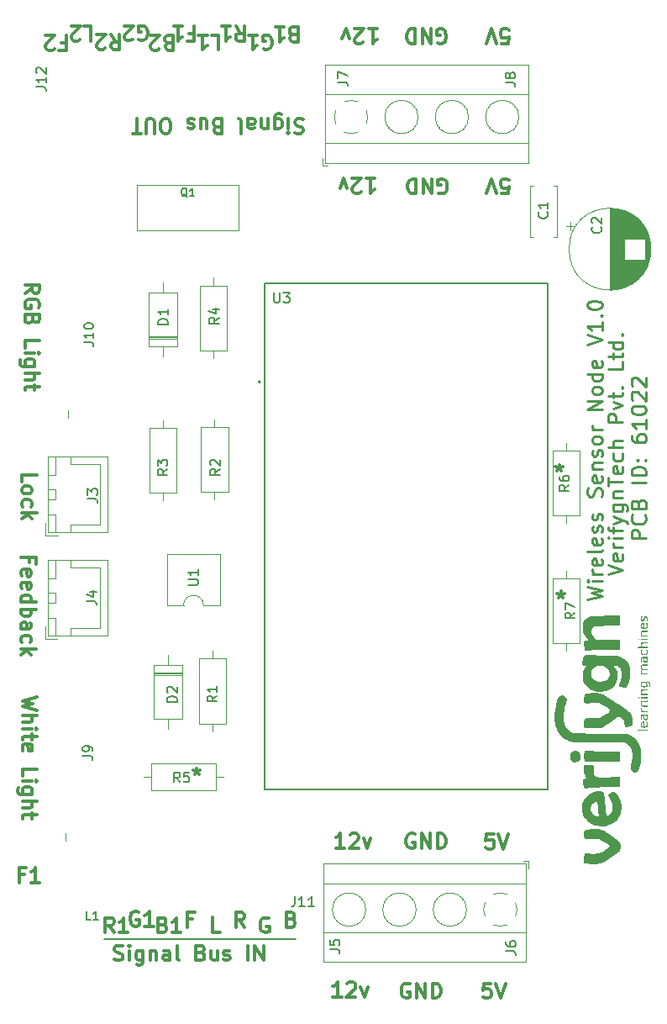
<source format=gbr>
%TF.GenerationSoftware,KiCad,Pcbnew,(6.0.6)*%
%TF.CreationDate,2022-10-06T19:19:23+05:30*%
%TF.ProjectId,ESPNOW-FK,4553504e-4f57-42d4-964b-2e6b69636164,V1.0*%
%TF.SameCoordinates,PX6885d00PY822d320*%
%TF.FileFunction,Legend,Top*%
%TF.FilePolarity,Positive*%
%FSLAX46Y46*%
G04 Gerber Fmt 4.6, Leading zero omitted, Abs format (unit mm)*
G04 Created by KiCad (PCBNEW (6.0.6)) date 2022-10-06 19:19:23*
%MOMM*%
%LPD*%
G01*
G04 APERTURE LIST*
%ADD10C,0.150000*%
%ADD11C,0.300000*%
%ADD12C,0.250000*%
%ADD13C,0.120000*%
%ADD14C,0.127000*%
%ADD15C,0.200000*%
G04 APERTURE END LIST*
D10*
X9350000Y6600000D02*
X28650000Y6600000D01*
D11*
X12831428Y97170000D02*
X12974285Y97098572D01*
X13188571Y97098572D01*
X13402857Y97170000D01*
X13545714Y97312858D01*
X13617142Y97455715D01*
X13688571Y97741429D01*
X13688571Y97955715D01*
X13617142Y98241429D01*
X13545714Y98384286D01*
X13402857Y98527143D01*
X13188571Y98598572D01*
X13045714Y98598572D01*
X12831428Y98527143D01*
X12760000Y98455715D01*
X12760000Y97955715D01*
X13045714Y97955715D01*
X12188571Y97241429D02*
X12117142Y97170000D01*
X11974285Y97098572D01*
X11617142Y97098572D01*
X11474285Y97170000D01*
X11402857Y97241429D01*
X11331428Y97384286D01*
X11331428Y97527143D01*
X11402857Y97741429D01*
X12260000Y98598572D01*
X11331428Y98598572D01*
X7290000Y98578572D02*
X8004285Y98578572D01*
X8004285Y97078572D01*
X6861428Y97221429D02*
X6790000Y97150000D01*
X6647142Y97078572D01*
X6290000Y97078572D01*
X6147142Y97150000D01*
X6075714Y97221429D01*
X6004285Y97364286D01*
X6004285Y97507143D01*
X6075714Y97721429D01*
X6932857Y98578572D01*
X6004285Y98578572D01*
X40607142Y17177880D02*
X40464285Y17249309D01*
X40250000Y17249309D01*
X40035714Y17177880D01*
X39892857Y17035023D01*
X39821428Y16892166D01*
X39750000Y16606452D01*
X39750000Y16392166D01*
X39821428Y16106452D01*
X39892857Y15963595D01*
X40035714Y15820738D01*
X40250000Y15749309D01*
X40392857Y15749309D01*
X40607142Y15820738D01*
X40678571Y15892166D01*
X40678571Y16392166D01*
X40392857Y16392166D01*
X41321428Y15749309D02*
X41321428Y17249309D01*
X42178571Y15749309D01*
X42178571Y17249309D01*
X42892857Y15749309D02*
X42892857Y17249309D01*
X43250000Y17249309D01*
X43464285Y17177880D01*
X43607142Y17035023D01*
X43678571Y16892166D01*
X43750000Y16606452D01*
X43750000Y16392166D01*
X43678571Y16106452D01*
X43607142Y15963595D01*
X43464285Y15820738D01*
X43250000Y15749309D01*
X42892857Y15749309D01*
X28207142Y8607143D02*
X28421428Y8535715D01*
X28492857Y8464286D01*
X28564285Y8321429D01*
X28564285Y8107143D01*
X28492857Y7964286D01*
X28421428Y7892858D01*
X28278571Y7821429D01*
X27707142Y7821429D01*
X27707142Y9321429D01*
X28207142Y9321429D01*
X28350000Y9250000D01*
X28421428Y9178572D01*
X28492857Y9035715D01*
X28492857Y8892858D01*
X28421428Y8750000D01*
X28350000Y8678572D01*
X28207142Y8607143D01*
X27707142Y8607143D01*
D12*
X60088571Y43321429D02*
X61588571Y43821429D01*
X60088571Y44321429D01*
X61517142Y45392858D02*
X61588571Y45250000D01*
X61588571Y44964286D01*
X61517142Y44821429D01*
X61374285Y44750000D01*
X60802857Y44750000D01*
X60660000Y44821429D01*
X60588571Y44964286D01*
X60588571Y45250000D01*
X60660000Y45392858D01*
X60802857Y45464286D01*
X60945714Y45464286D01*
X61088571Y44750000D01*
X61588571Y46107143D02*
X60588571Y46107143D01*
X60874285Y46107143D02*
X60731428Y46178572D01*
X60660000Y46250000D01*
X60588571Y46392858D01*
X60588571Y46535715D01*
X61588571Y47035715D02*
X60588571Y47035715D01*
X60088571Y47035715D02*
X60160000Y46964286D01*
X60231428Y47035715D01*
X60160000Y47107143D01*
X60088571Y47035715D01*
X60231428Y47035715D01*
X60588571Y47535715D02*
X60588571Y48107143D01*
X61588571Y47750000D02*
X60302857Y47750000D01*
X60160000Y47821429D01*
X60088571Y47964286D01*
X60088571Y48107143D01*
X60588571Y48464286D02*
X61588571Y48821429D01*
X60588571Y49178572D02*
X61588571Y48821429D01*
X61945714Y48678572D01*
X62017142Y48607143D01*
X62088571Y48464286D01*
X60588571Y50392858D02*
X61802857Y50392858D01*
X61945714Y50321429D01*
X62017142Y50250000D01*
X62088571Y50107143D01*
X62088571Y49892858D01*
X62017142Y49750000D01*
X61517142Y50392858D02*
X61588571Y50250000D01*
X61588571Y49964286D01*
X61517142Y49821429D01*
X61445714Y49750000D01*
X61302857Y49678572D01*
X60874285Y49678572D01*
X60731428Y49750000D01*
X60660000Y49821429D01*
X60588571Y49964286D01*
X60588571Y50250000D01*
X60660000Y50392858D01*
X60588571Y51107143D02*
X61588571Y51107143D01*
X60731428Y51107143D02*
X60660000Y51178572D01*
X60588571Y51321429D01*
X60588571Y51535715D01*
X60660000Y51678572D01*
X60802857Y51750000D01*
X61588571Y51750000D01*
X60088571Y52250000D02*
X60088571Y53107143D01*
X61588571Y52678572D02*
X60088571Y52678572D01*
X61517142Y54178572D02*
X61588571Y54035715D01*
X61588571Y53750000D01*
X61517142Y53607143D01*
X61374285Y53535715D01*
X60802857Y53535715D01*
X60660000Y53607143D01*
X60588571Y53750000D01*
X60588571Y54035715D01*
X60660000Y54178572D01*
X60802857Y54250000D01*
X60945714Y54250000D01*
X61088571Y53535715D01*
X61517142Y55535715D02*
X61588571Y55392858D01*
X61588571Y55107143D01*
X61517142Y54964286D01*
X61445714Y54892858D01*
X61302857Y54821429D01*
X60874285Y54821429D01*
X60731428Y54892858D01*
X60660000Y54964286D01*
X60588571Y55107143D01*
X60588571Y55392858D01*
X60660000Y55535715D01*
X61588571Y56178572D02*
X60088571Y56178572D01*
X61588571Y56821429D02*
X60802857Y56821429D01*
X60660000Y56750000D01*
X60588571Y56607143D01*
X60588571Y56392858D01*
X60660000Y56250000D01*
X60731428Y56178572D01*
X61588571Y58678572D02*
X60088571Y58678572D01*
X60088571Y59250000D01*
X60160000Y59392858D01*
X60231428Y59464286D01*
X60374285Y59535715D01*
X60588571Y59535715D01*
X60731428Y59464286D01*
X60802857Y59392858D01*
X60874285Y59250000D01*
X60874285Y58678572D01*
X60588571Y60035715D02*
X61588571Y60392858D01*
X60588571Y60750000D01*
X60588571Y61107143D02*
X60588571Y61678572D01*
X60088571Y61321429D02*
X61374285Y61321429D01*
X61517142Y61392858D01*
X61588571Y61535715D01*
X61588571Y61678572D01*
X61445714Y62178572D02*
X61517142Y62250000D01*
X61588571Y62178572D01*
X61517142Y62107143D01*
X61445714Y62178572D01*
X61588571Y62178572D01*
X61588571Y64750000D02*
X61588571Y64035715D01*
X60088571Y64035715D01*
X60588571Y65035715D02*
X60588571Y65607143D01*
X60088571Y65250000D02*
X61374285Y65250000D01*
X61517142Y65321429D01*
X61588571Y65464286D01*
X61588571Y65607143D01*
X61588571Y66750000D02*
X60088571Y66750000D01*
X61517142Y66750000D02*
X61588571Y66607143D01*
X61588571Y66321429D01*
X61517142Y66178572D01*
X61445714Y66107143D01*
X61302857Y66035715D01*
X60874285Y66035715D01*
X60731428Y66107143D01*
X60660000Y66178572D01*
X60588571Y66321429D01*
X60588571Y66607143D01*
X60660000Y66750000D01*
X61445714Y67464286D02*
X61517142Y67535715D01*
X61588571Y67464286D01*
X61517142Y67392858D01*
X61445714Y67464286D01*
X61588571Y67464286D01*
D11*
X22570000Y98538572D02*
X23070000Y97824286D01*
X23427142Y98538572D02*
X23427142Y97038572D01*
X22855714Y97038572D01*
X22712857Y97110000D01*
X22641428Y97181429D01*
X22570000Y97324286D01*
X22570000Y97538572D01*
X22641428Y97681429D01*
X22712857Y97752858D01*
X22855714Y97824286D01*
X23427142Y97824286D01*
X21141428Y98538572D02*
X21998571Y98538572D01*
X21570000Y98538572D02*
X21570000Y97038572D01*
X21712857Y97252858D01*
X21855714Y97395715D01*
X21998571Y97467143D01*
X20964285Y7321429D02*
X20250000Y7321429D01*
X20250000Y8821429D01*
X55350000Y41641429D02*
X55350000Y41284286D01*
X54992857Y41427143D02*
X55350000Y41284286D01*
X55707142Y41427143D01*
X55135714Y40998572D02*
X55350000Y41284286D01*
X55564285Y40998572D01*
X10300000Y7271429D02*
X9800000Y7985715D01*
X9442857Y7271429D02*
X9442857Y8771429D01*
X10014285Y8771429D01*
X10157142Y8700000D01*
X10228571Y8628572D01*
X10300000Y8485715D01*
X10300000Y8271429D01*
X10228571Y8128572D01*
X10157142Y8057143D01*
X10014285Y7985715D01*
X9442857Y7985715D01*
X11728571Y7271429D02*
X10871428Y7271429D01*
X11300000Y7271429D02*
X11300000Y8771429D01*
X11157142Y8557143D01*
X11014285Y8414286D01*
X10871428Y8342858D01*
X18214285Y8607143D02*
X17714285Y8607143D01*
X17714285Y7821429D02*
X17714285Y9321429D01*
X18428571Y9321429D01*
X49335714Y81678572D02*
X50050000Y81678572D01*
X50121428Y82392858D01*
X50050000Y82321429D01*
X49907142Y82250000D01*
X49550000Y82250000D01*
X49407142Y82321429D01*
X49335714Y82392858D01*
X49264285Y82535715D01*
X49264285Y82892858D01*
X49335714Y83035715D01*
X49407142Y83107143D01*
X49550000Y83178572D01*
X49907142Y83178572D01*
X50050000Y83107143D01*
X50121428Y83035715D01*
X48835714Y81678572D02*
X48335714Y83178572D01*
X47835714Y81678572D01*
X15242857Y8057143D02*
X15457142Y7985715D01*
X15528571Y7914286D01*
X15600000Y7771429D01*
X15600000Y7557143D01*
X15528571Y7414286D01*
X15457142Y7342858D01*
X15314285Y7271429D01*
X14742857Y7271429D01*
X14742857Y8771429D01*
X15242857Y8771429D01*
X15385714Y8700000D01*
X15457142Y8628572D01*
X15528571Y8485715D01*
X15528571Y8342858D01*
X15457142Y8200000D01*
X15385714Y8128572D01*
X15242857Y8057143D01*
X14742857Y8057143D01*
X17028571Y7271429D02*
X16171428Y7271429D01*
X16600000Y7271429D02*
X16600000Y8771429D01*
X16457142Y8557143D01*
X16314285Y8414286D01*
X16171428Y8342858D01*
X35957142Y98278572D02*
X36814285Y98278572D01*
X36385714Y98278572D02*
X36385714Y96778572D01*
X36528571Y96992858D01*
X36671428Y97135715D01*
X36814285Y97207143D01*
X35385714Y96921429D02*
X35314285Y96850000D01*
X35171428Y96778572D01*
X34814285Y96778572D01*
X34671428Y96850000D01*
X34600000Y96921429D01*
X34528571Y97064286D01*
X34528571Y97207143D01*
X34600000Y97421429D01*
X35457142Y98278572D01*
X34528571Y98278572D01*
X34028571Y97278572D02*
X33671428Y98278572D01*
X33314285Y97278572D01*
X12778571Y9350000D02*
X12635714Y9421429D01*
X12421428Y9421429D01*
X12207142Y9350000D01*
X12064285Y9207143D01*
X11992857Y9064286D01*
X11921428Y8778572D01*
X11921428Y8564286D01*
X11992857Y8278572D01*
X12064285Y8135715D01*
X12207142Y7992858D01*
X12421428Y7921429D01*
X12564285Y7921429D01*
X12778571Y7992858D01*
X12850000Y8064286D01*
X12850000Y8564286D01*
X12564285Y8564286D01*
X14278571Y7921429D02*
X13421428Y7921429D01*
X13850000Y7921429D02*
X13850000Y9421429D01*
X13707142Y9207143D01*
X13564285Y9064286D01*
X13421428Y8992858D01*
X25892857Y8700000D02*
X25750000Y8771429D01*
X25535714Y8771429D01*
X25321428Y8700000D01*
X25178571Y8557143D01*
X25107142Y8414286D01*
X25035714Y8128572D01*
X25035714Y7914286D01*
X25107142Y7628572D01*
X25178571Y7485715D01*
X25321428Y7342858D01*
X25535714Y7271429D01*
X25678571Y7271429D01*
X25892857Y7342858D01*
X25964285Y7414286D01*
X25964285Y7914286D01*
X25678571Y7914286D01*
D12*
X57988571Y40828572D02*
X59488571Y41185715D01*
X58417142Y41471429D01*
X59488571Y41757143D01*
X57988571Y42114286D01*
X59488571Y42685715D02*
X58488571Y42685715D01*
X57988571Y42685715D02*
X58060000Y42614286D01*
X58131428Y42685715D01*
X58060000Y42757143D01*
X57988571Y42685715D01*
X58131428Y42685715D01*
X59488571Y43400000D02*
X58488571Y43400000D01*
X58774285Y43400000D02*
X58631428Y43471429D01*
X58560000Y43542858D01*
X58488571Y43685715D01*
X58488571Y43828572D01*
X59417142Y44900000D02*
X59488571Y44757143D01*
X59488571Y44471429D01*
X59417142Y44328572D01*
X59274285Y44257143D01*
X58702857Y44257143D01*
X58560000Y44328572D01*
X58488571Y44471429D01*
X58488571Y44757143D01*
X58560000Y44900000D01*
X58702857Y44971429D01*
X58845714Y44971429D01*
X58988571Y44257143D01*
X59488571Y45828572D02*
X59417142Y45685715D01*
X59274285Y45614286D01*
X57988571Y45614286D01*
X59417142Y46971429D02*
X59488571Y46828572D01*
X59488571Y46542858D01*
X59417142Y46400000D01*
X59274285Y46328572D01*
X58702857Y46328572D01*
X58560000Y46400000D01*
X58488571Y46542858D01*
X58488571Y46828572D01*
X58560000Y46971429D01*
X58702857Y47042858D01*
X58845714Y47042858D01*
X58988571Y46328572D01*
X59417142Y47614286D02*
X59488571Y47757143D01*
X59488571Y48042858D01*
X59417142Y48185715D01*
X59274285Y48257143D01*
X59202857Y48257143D01*
X59060000Y48185715D01*
X58988571Y48042858D01*
X58988571Y47828572D01*
X58917142Y47685715D01*
X58774285Y47614286D01*
X58702857Y47614286D01*
X58560000Y47685715D01*
X58488571Y47828572D01*
X58488571Y48042858D01*
X58560000Y48185715D01*
X59417142Y48828572D02*
X59488571Y48971429D01*
X59488571Y49257143D01*
X59417142Y49400000D01*
X59274285Y49471429D01*
X59202857Y49471429D01*
X59060000Y49400000D01*
X58988571Y49257143D01*
X58988571Y49042858D01*
X58917142Y48900000D01*
X58774285Y48828572D01*
X58702857Y48828572D01*
X58560000Y48900000D01*
X58488571Y49042858D01*
X58488571Y49257143D01*
X58560000Y49400000D01*
X59417142Y51185715D02*
X59488571Y51400000D01*
X59488571Y51757143D01*
X59417142Y51900000D01*
X59345714Y51971429D01*
X59202857Y52042858D01*
X59060000Y52042858D01*
X58917142Y51971429D01*
X58845714Y51900000D01*
X58774285Y51757143D01*
X58702857Y51471429D01*
X58631428Y51328572D01*
X58560000Y51257143D01*
X58417142Y51185715D01*
X58274285Y51185715D01*
X58131428Y51257143D01*
X58060000Y51328572D01*
X57988571Y51471429D01*
X57988571Y51828572D01*
X58060000Y52042858D01*
X59417142Y53257143D02*
X59488571Y53114286D01*
X59488571Y52828572D01*
X59417142Y52685715D01*
X59274285Y52614286D01*
X58702857Y52614286D01*
X58560000Y52685715D01*
X58488571Y52828572D01*
X58488571Y53114286D01*
X58560000Y53257143D01*
X58702857Y53328572D01*
X58845714Y53328572D01*
X58988571Y52614286D01*
X58488571Y53971429D02*
X59488571Y53971429D01*
X58631428Y53971429D02*
X58560000Y54042858D01*
X58488571Y54185715D01*
X58488571Y54400000D01*
X58560000Y54542858D01*
X58702857Y54614286D01*
X59488571Y54614286D01*
X59417142Y55257143D02*
X59488571Y55400000D01*
X59488571Y55685715D01*
X59417142Y55828572D01*
X59274285Y55900000D01*
X59202857Y55900000D01*
X59060000Y55828572D01*
X58988571Y55685715D01*
X58988571Y55471429D01*
X58917142Y55328572D01*
X58774285Y55257143D01*
X58702857Y55257143D01*
X58560000Y55328572D01*
X58488571Y55471429D01*
X58488571Y55685715D01*
X58560000Y55828572D01*
X59488571Y56757143D02*
X59417142Y56614286D01*
X59345714Y56542858D01*
X59202857Y56471429D01*
X58774285Y56471429D01*
X58631428Y56542858D01*
X58560000Y56614286D01*
X58488571Y56757143D01*
X58488571Y56971429D01*
X58560000Y57114286D01*
X58631428Y57185715D01*
X58774285Y57257143D01*
X59202857Y57257143D01*
X59345714Y57185715D01*
X59417142Y57114286D01*
X59488571Y56971429D01*
X59488571Y56757143D01*
X59488571Y57900000D02*
X58488571Y57900000D01*
X58774285Y57900000D02*
X58631428Y57971429D01*
X58560000Y58042858D01*
X58488571Y58185715D01*
X58488571Y58328572D01*
X59488571Y59971429D02*
X57988571Y59971429D01*
X59488571Y60828572D01*
X57988571Y60828572D01*
X59488571Y61757143D02*
X59417142Y61614286D01*
X59345714Y61542858D01*
X59202857Y61471429D01*
X58774285Y61471429D01*
X58631428Y61542858D01*
X58560000Y61614286D01*
X58488571Y61757143D01*
X58488571Y61971429D01*
X58560000Y62114286D01*
X58631428Y62185715D01*
X58774285Y62257143D01*
X59202857Y62257143D01*
X59345714Y62185715D01*
X59417142Y62114286D01*
X59488571Y61971429D01*
X59488571Y61757143D01*
X59488571Y63542858D02*
X57988571Y63542858D01*
X59417142Y63542858D02*
X59488571Y63400000D01*
X59488571Y63114286D01*
X59417142Y62971429D01*
X59345714Y62900000D01*
X59202857Y62828572D01*
X58774285Y62828572D01*
X58631428Y62900000D01*
X58560000Y62971429D01*
X58488571Y63114286D01*
X58488571Y63400000D01*
X58560000Y63542858D01*
X59417142Y64828572D02*
X59488571Y64685715D01*
X59488571Y64400000D01*
X59417142Y64257143D01*
X59274285Y64185715D01*
X58702857Y64185715D01*
X58560000Y64257143D01*
X58488571Y64400000D01*
X58488571Y64685715D01*
X58560000Y64828572D01*
X58702857Y64900000D01*
X58845714Y64900000D01*
X58988571Y64185715D01*
X57988571Y66471429D02*
X59488571Y66971429D01*
X57988571Y67471429D01*
X59488571Y68757143D02*
X59488571Y67900000D01*
X59488571Y68328572D02*
X57988571Y68328572D01*
X58202857Y68185715D01*
X58345714Y68042858D01*
X58417142Y67900000D01*
X59345714Y69400000D02*
X59417142Y69471429D01*
X59488571Y69400000D01*
X59417142Y69328572D01*
X59345714Y69400000D01*
X59488571Y69400000D01*
X57988571Y70400000D02*
X57988571Y70542858D01*
X58060000Y70685715D01*
X58131428Y70757143D01*
X58274285Y70828572D01*
X58560000Y70900000D01*
X58917142Y70900000D01*
X59202857Y70828572D01*
X59345714Y70757143D01*
X59417142Y70685715D01*
X59488571Y70542858D01*
X59488571Y70400000D01*
X59417142Y70257143D01*
X59345714Y70185715D01*
X59202857Y70114286D01*
X58917142Y70042858D01*
X58560000Y70042858D01*
X58274285Y70114286D01*
X58131428Y70185715D01*
X58060000Y70257143D01*
X57988571Y70400000D01*
D11*
X42942857Y96850000D02*
X43085714Y96778572D01*
X43300000Y96778572D01*
X43514285Y96850000D01*
X43657142Y96992858D01*
X43728571Y97135715D01*
X43800000Y97421429D01*
X43800000Y97635715D01*
X43728571Y97921429D01*
X43657142Y98064286D01*
X43514285Y98207143D01*
X43300000Y98278572D01*
X43157142Y98278572D01*
X42942857Y98207143D01*
X42871428Y98135715D01*
X42871428Y97635715D01*
X43157142Y97635715D01*
X42228571Y98278572D02*
X42228571Y96778572D01*
X41371428Y98278572D01*
X41371428Y96778572D01*
X40657142Y98278572D02*
X40657142Y96778572D01*
X40300000Y96778572D01*
X40085714Y96850000D01*
X39942857Y96992858D01*
X39871428Y97135715D01*
X39800000Y97421429D01*
X39800000Y97635715D01*
X39871428Y97921429D01*
X39942857Y98064286D01*
X40085714Y98207143D01*
X40300000Y98278572D01*
X40657142Y98278572D01*
X43042857Y81750000D02*
X43185714Y81678572D01*
X43400000Y81678572D01*
X43614285Y81750000D01*
X43757142Y81892858D01*
X43828571Y82035715D01*
X43900000Y82321429D01*
X43900000Y82535715D01*
X43828571Y82821429D01*
X43757142Y82964286D01*
X43614285Y83107143D01*
X43400000Y83178572D01*
X43257142Y83178572D01*
X43042857Y83107143D01*
X42971428Y83035715D01*
X42971428Y82535715D01*
X43257142Y82535715D01*
X42328571Y83178572D02*
X42328571Y81678572D01*
X41471428Y83178572D01*
X41471428Y81678572D01*
X40757142Y83178572D02*
X40757142Y81678572D01*
X40400000Y81678572D01*
X40185714Y81750000D01*
X40042857Y81892858D01*
X39971428Y82035715D01*
X39900000Y82321429D01*
X39900000Y82535715D01*
X39971428Y82821429D01*
X40042857Y82964286D01*
X40185714Y83107143D01*
X40400000Y83178572D01*
X40757142Y83178572D01*
X25381428Y96240000D02*
X25524285Y96168572D01*
X25738571Y96168572D01*
X25952857Y96240000D01*
X26095714Y96382858D01*
X26167142Y96525715D01*
X26238571Y96811429D01*
X26238571Y97025715D01*
X26167142Y97311429D01*
X26095714Y97454286D01*
X25952857Y97597143D01*
X25738571Y97668572D01*
X25595714Y97668572D01*
X25381428Y97597143D01*
X25310000Y97525715D01*
X25310000Y97025715D01*
X25595714Y97025715D01*
X23881428Y97668572D02*
X24738571Y97668572D01*
X24310000Y97668572D02*
X24310000Y96168572D01*
X24452857Y96382858D01*
X24595714Y96525715D01*
X24738571Y96597143D01*
D12*
X63948571Y46978572D02*
X62448571Y46978572D01*
X62448571Y47550000D01*
X62520000Y47692858D01*
X62591428Y47764286D01*
X62734285Y47835715D01*
X62948571Y47835715D01*
X63091428Y47764286D01*
X63162857Y47692858D01*
X63234285Y47550000D01*
X63234285Y46978572D01*
X63805714Y49335715D02*
X63877142Y49264286D01*
X63948571Y49050000D01*
X63948571Y48907143D01*
X63877142Y48692858D01*
X63734285Y48550000D01*
X63591428Y48478572D01*
X63305714Y48407143D01*
X63091428Y48407143D01*
X62805714Y48478572D01*
X62662857Y48550000D01*
X62520000Y48692858D01*
X62448571Y48907143D01*
X62448571Y49050000D01*
X62520000Y49264286D01*
X62591428Y49335715D01*
X63162857Y50478572D02*
X63234285Y50692858D01*
X63305714Y50764286D01*
X63448571Y50835715D01*
X63662857Y50835715D01*
X63805714Y50764286D01*
X63877142Y50692858D01*
X63948571Y50550000D01*
X63948571Y49978572D01*
X62448571Y49978572D01*
X62448571Y50478572D01*
X62520000Y50621429D01*
X62591428Y50692858D01*
X62734285Y50764286D01*
X62877142Y50764286D01*
X63020000Y50692858D01*
X63091428Y50621429D01*
X63162857Y50478572D01*
X63162857Y49978572D01*
X63948571Y52621429D02*
X62448571Y52621429D01*
X63948571Y53335715D02*
X62448571Y53335715D01*
X62448571Y53692858D01*
X62520000Y53907143D01*
X62662857Y54050000D01*
X62805714Y54121429D01*
X63091428Y54192858D01*
X63305714Y54192858D01*
X63591428Y54121429D01*
X63734285Y54050000D01*
X63877142Y53907143D01*
X63948571Y53692858D01*
X63948571Y53335715D01*
X63805714Y54835715D02*
X63877142Y54907143D01*
X63948571Y54835715D01*
X63877142Y54764286D01*
X63805714Y54835715D01*
X63948571Y54835715D01*
X63020000Y54835715D02*
X63091428Y54907143D01*
X63162857Y54835715D01*
X63091428Y54764286D01*
X63020000Y54835715D01*
X63162857Y54835715D01*
X62448571Y57335715D02*
X62448571Y57050000D01*
X62520000Y56907143D01*
X62591428Y56835715D01*
X62805714Y56692858D01*
X63091428Y56621429D01*
X63662857Y56621429D01*
X63805714Y56692858D01*
X63877142Y56764286D01*
X63948571Y56907143D01*
X63948571Y57192858D01*
X63877142Y57335715D01*
X63805714Y57407143D01*
X63662857Y57478572D01*
X63305714Y57478572D01*
X63162857Y57407143D01*
X63091428Y57335715D01*
X63020000Y57192858D01*
X63020000Y56907143D01*
X63091428Y56764286D01*
X63162857Y56692858D01*
X63305714Y56621429D01*
X63948571Y58907143D02*
X63948571Y58050000D01*
X63948571Y58478572D02*
X62448571Y58478572D01*
X62662857Y58335715D01*
X62805714Y58192858D01*
X62877142Y58050000D01*
X62448571Y59835715D02*
X62448571Y59978572D01*
X62520000Y60121429D01*
X62591428Y60192858D01*
X62734285Y60264286D01*
X63020000Y60335715D01*
X63377142Y60335715D01*
X63662857Y60264286D01*
X63805714Y60192858D01*
X63877142Y60121429D01*
X63948571Y59978572D01*
X63948571Y59835715D01*
X63877142Y59692858D01*
X63805714Y59621429D01*
X63662857Y59550000D01*
X63377142Y59478572D01*
X63020000Y59478572D01*
X62734285Y59550000D01*
X62591428Y59621429D01*
X62520000Y59692858D01*
X62448571Y59835715D01*
X62591428Y60907143D02*
X62520000Y60978572D01*
X62448571Y61121429D01*
X62448571Y61478572D01*
X62520000Y61621429D01*
X62591428Y61692858D01*
X62734285Y61764286D01*
X62877142Y61764286D01*
X63091428Y61692858D01*
X63948571Y60835715D01*
X63948571Y61764286D01*
X62591428Y62335715D02*
X62520000Y62407143D01*
X62448571Y62550000D01*
X62448571Y62907143D01*
X62520000Y63050000D01*
X62591428Y63121429D01*
X62734285Y63192858D01*
X62877142Y63192858D01*
X63091428Y63121429D01*
X63948571Y62264286D01*
X63948571Y63192858D01*
D11*
X2571428Y30971429D02*
X1071428Y30614286D01*
X2142857Y30328572D01*
X1071428Y30042858D01*
X2571428Y29685715D01*
X1071428Y29114286D02*
X2571428Y29114286D01*
X1071428Y28471429D02*
X1857142Y28471429D01*
X2000000Y28542858D01*
X2071428Y28685715D01*
X2071428Y28900000D01*
X2000000Y29042858D01*
X1928571Y29114286D01*
X1071428Y27757143D02*
X2071428Y27757143D01*
X2571428Y27757143D02*
X2500000Y27828572D01*
X2428571Y27757143D01*
X2500000Y27685715D01*
X2571428Y27757143D01*
X2428571Y27757143D01*
X2071428Y27257143D02*
X2071428Y26685715D01*
X2571428Y27042858D02*
X1285714Y27042858D01*
X1142857Y26971429D01*
X1071428Y26828572D01*
X1071428Y26685715D01*
X1142857Y25614286D02*
X1071428Y25757143D01*
X1071428Y26042858D01*
X1142857Y26185715D01*
X1285714Y26257143D01*
X1857142Y26257143D01*
X2000000Y26185715D01*
X2071428Y26042858D01*
X2071428Y25757143D01*
X2000000Y25614286D01*
X1857142Y25542858D01*
X1714285Y25542858D01*
X1571428Y26257143D01*
X1071428Y23042858D02*
X1071428Y23757143D01*
X2571428Y23757143D01*
X1071428Y22542858D02*
X2071428Y22542858D01*
X2571428Y22542858D02*
X2500000Y22614286D01*
X2428571Y22542858D01*
X2500000Y22471429D01*
X2571428Y22542858D01*
X2428571Y22542858D01*
X2071428Y21185715D02*
X857142Y21185715D01*
X714285Y21257143D01*
X642857Y21328572D01*
X571428Y21471429D01*
X571428Y21685715D01*
X642857Y21828572D01*
X1142857Y21185715D02*
X1071428Y21328572D01*
X1071428Y21614286D01*
X1142857Y21757143D01*
X1214285Y21828572D01*
X1357142Y21900000D01*
X1785714Y21900000D01*
X1928571Y21828572D01*
X2000000Y21757143D01*
X2071428Y21614286D01*
X2071428Y21328572D01*
X2000000Y21185715D01*
X1071428Y20471429D02*
X2571428Y20471429D01*
X1071428Y19828572D02*
X1857142Y19828572D01*
X2000000Y19900000D01*
X2071428Y20042858D01*
X2071428Y20257143D01*
X2000000Y20400000D01*
X1928571Y20471429D01*
X2071428Y19328572D02*
X2071428Y18757143D01*
X2571428Y19114286D02*
X1285714Y19114286D01*
X1142857Y19042858D01*
X1071428Y18900000D01*
X1071428Y18757143D01*
X1757142Y44557143D02*
X1757142Y45057143D01*
X971428Y45057143D02*
X2471428Y45057143D01*
X2471428Y44342858D01*
X1042857Y43200000D02*
X971428Y43342858D01*
X971428Y43628572D01*
X1042857Y43771429D01*
X1185714Y43842858D01*
X1757142Y43842858D01*
X1900000Y43771429D01*
X1971428Y43628572D01*
X1971428Y43342858D01*
X1900000Y43200000D01*
X1757142Y43128572D01*
X1614285Y43128572D01*
X1471428Y43842858D01*
X1042857Y41914286D02*
X971428Y42057143D01*
X971428Y42342858D01*
X1042857Y42485715D01*
X1185714Y42557143D01*
X1757142Y42557143D01*
X1900000Y42485715D01*
X1971428Y42342858D01*
X1971428Y42057143D01*
X1900000Y41914286D01*
X1757142Y41842858D01*
X1614285Y41842858D01*
X1471428Y42557143D01*
X971428Y40557143D02*
X2471428Y40557143D01*
X1042857Y40557143D02*
X971428Y40700000D01*
X971428Y40985715D01*
X1042857Y41128572D01*
X1114285Y41200000D01*
X1257142Y41271429D01*
X1685714Y41271429D01*
X1828571Y41200000D01*
X1900000Y41128572D01*
X1971428Y40985715D01*
X1971428Y40700000D01*
X1900000Y40557143D01*
X971428Y39842858D02*
X2471428Y39842858D01*
X1900000Y39842858D02*
X1971428Y39700000D01*
X1971428Y39414286D01*
X1900000Y39271429D01*
X1828571Y39200000D01*
X1685714Y39128572D01*
X1257142Y39128572D01*
X1114285Y39200000D01*
X1042857Y39271429D01*
X971428Y39414286D01*
X971428Y39700000D01*
X1042857Y39842858D01*
X971428Y37842858D02*
X1757142Y37842858D01*
X1900000Y37914286D01*
X1971428Y38057143D01*
X1971428Y38342858D01*
X1900000Y38485715D01*
X1042857Y37842858D02*
X971428Y37985715D01*
X971428Y38342858D01*
X1042857Y38485715D01*
X1185714Y38557143D01*
X1328571Y38557143D01*
X1471428Y38485715D01*
X1542857Y38342858D01*
X1542857Y37985715D01*
X1614285Y37842858D01*
X1042857Y36485715D02*
X971428Y36628572D01*
X971428Y36914286D01*
X1042857Y37057143D01*
X1114285Y37128572D01*
X1257142Y37200000D01*
X1685714Y37200000D01*
X1828571Y37128572D01*
X1900000Y37057143D01*
X1971428Y36914286D01*
X1971428Y36628572D01*
X1900000Y36485715D01*
X971428Y35842858D02*
X2471428Y35842858D01*
X1542857Y35700000D02*
X971428Y35271429D01*
X1971428Y35271429D02*
X1400000Y35842858D01*
X35757142Y83228572D02*
X36614285Y83228572D01*
X36185714Y83228572D02*
X36185714Y81728572D01*
X36328571Y81942858D01*
X36471428Y82085715D01*
X36614285Y82157143D01*
X35185714Y81871429D02*
X35114285Y81800000D01*
X34971428Y81728572D01*
X34614285Y81728572D01*
X34471428Y81800000D01*
X34400000Y81871429D01*
X34328571Y82014286D01*
X34328571Y82157143D01*
X34400000Y82371429D01*
X35257142Y83228572D01*
X34328571Y83228572D01*
X33828571Y82228572D02*
X33471428Y83228572D01*
X33114285Y82228572D01*
X10364285Y4542858D02*
X10578571Y4471429D01*
X10935714Y4471429D01*
X11078571Y4542858D01*
X11150000Y4614286D01*
X11221428Y4757143D01*
X11221428Y4900000D01*
X11150000Y5042858D01*
X11078571Y5114286D01*
X10935714Y5185715D01*
X10650000Y5257143D01*
X10507142Y5328572D01*
X10435714Y5400000D01*
X10364285Y5542858D01*
X10364285Y5685715D01*
X10435714Y5828572D01*
X10507142Y5900000D01*
X10650000Y5971429D01*
X11007142Y5971429D01*
X11221428Y5900000D01*
X11864285Y4471429D02*
X11864285Y5471429D01*
X11864285Y5971429D02*
X11792857Y5900000D01*
X11864285Y5828572D01*
X11935714Y5900000D01*
X11864285Y5971429D01*
X11864285Y5828572D01*
X13221428Y5471429D02*
X13221428Y4257143D01*
X13150000Y4114286D01*
X13078571Y4042858D01*
X12935714Y3971429D01*
X12721428Y3971429D01*
X12578571Y4042858D01*
X13221428Y4542858D02*
X13078571Y4471429D01*
X12792857Y4471429D01*
X12650000Y4542858D01*
X12578571Y4614286D01*
X12507142Y4757143D01*
X12507142Y5185715D01*
X12578571Y5328572D01*
X12650000Y5400000D01*
X12792857Y5471429D01*
X13078571Y5471429D01*
X13221428Y5400000D01*
X13935714Y5471429D02*
X13935714Y4471429D01*
X13935714Y5328572D02*
X14007142Y5400000D01*
X14150000Y5471429D01*
X14364285Y5471429D01*
X14507142Y5400000D01*
X14578571Y5257143D01*
X14578571Y4471429D01*
X15935714Y4471429D02*
X15935714Y5257143D01*
X15864285Y5400000D01*
X15721428Y5471429D01*
X15435714Y5471429D01*
X15292857Y5400000D01*
X15935714Y4542858D02*
X15792857Y4471429D01*
X15435714Y4471429D01*
X15292857Y4542858D01*
X15221428Y4685715D01*
X15221428Y4828572D01*
X15292857Y4971429D01*
X15435714Y5042858D01*
X15792857Y5042858D01*
X15935714Y5114286D01*
X16864285Y4471429D02*
X16721428Y4542858D01*
X16650000Y4685715D01*
X16650000Y5971429D01*
X19078571Y5257143D02*
X19292857Y5185715D01*
X19364285Y5114286D01*
X19435714Y4971429D01*
X19435714Y4757143D01*
X19364285Y4614286D01*
X19292857Y4542858D01*
X19150000Y4471429D01*
X18578571Y4471429D01*
X18578571Y5971429D01*
X19078571Y5971429D01*
X19221428Y5900000D01*
X19292857Y5828572D01*
X19364285Y5685715D01*
X19364285Y5542858D01*
X19292857Y5400000D01*
X19221428Y5328572D01*
X19078571Y5257143D01*
X18578571Y5257143D01*
X20721428Y5471429D02*
X20721428Y4471429D01*
X20078571Y5471429D02*
X20078571Y4685715D01*
X20150000Y4542858D01*
X20292857Y4471429D01*
X20507142Y4471429D01*
X20650000Y4542858D01*
X20721428Y4614286D01*
X21364285Y4542858D02*
X21507142Y4471429D01*
X21792857Y4471429D01*
X21935714Y4542858D01*
X22007142Y4685715D01*
X22007142Y4757143D01*
X21935714Y4900000D01*
X21792857Y4971429D01*
X21578571Y4971429D01*
X21435714Y5042858D01*
X21364285Y5185715D01*
X21364285Y5257143D01*
X21435714Y5400000D01*
X21578571Y5471429D01*
X21792857Y5471429D01*
X21935714Y5400000D01*
X23792857Y4471429D02*
X23792857Y5971429D01*
X24507142Y4471429D02*
X24507142Y5971429D01*
X25364285Y4471429D01*
X25364285Y5971429D01*
X29385714Y89157143D02*
X29171428Y89228572D01*
X28814285Y89228572D01*
X28671428Y89157143D01*
X28600000Y89085715D01*
X28528571Y88942858D01*
X28528571Y88800000D01*
X28600000Y88657143D01*
X28671428Y88585715D01*
X28814285Y88514286D01*
X29100000Y88442858D01*
X29242857Y88371429D01*
X29314285Y88300000D01*
X29385714Y88157143D01*
X29385714Y88014286D01*
X29314285Y87871429D01*
X29242857Y87800000D01*
X29100000Y87728572D01*
X28742857Y87728572D01*
X28528571Y87800000D01*
X27885714Y89228572D02*
X27885714Y88228572D01*
X27885714Y87728572D02*
X27957142Y87800000D01*
X27885714Y87871429D01*
X27814285Y87800000D01*
X27885714Y87728572D01*
X27885714Y87871429D01*
X26528571Y88228572D02*
X26528571Y89442858D01*
X26600000Y89585715D01*
X26671428Y89657143D01*
X26814285Y89728572D01*
X27028571Y89728572D01*
X27171428Y89657143D01*
X26528571Y89157143D02*
X26671428Y89228572D01*
X26957142Y89228572D01*
X27100000Y89157143D01*
X27171428Y89085715D01*
X27242857Y88942858D01*
X27242857Y88514286D01*
X27171428Y88371429D01*
X27100000Y88300000D01*
X26957142Y88228572D01*
X26671428Y88228572D01*
X26528571Y88300000D01*
X25814285Y88228572D02*
X25814285Y89228572D01*
X25814285Y88371429D02*
X25742857Y88300000D01*
X25600000Y88228572D01*
X25385714Y88228572D01*
X25242857Y88300000D01*
X25171428Y88442858D01*
X25171428Y89228572D01*
X23814285Y89228572D02*
X23814285Y88442858D01*
X23885714Y88300000D01*
X24028571Y88228572D01*
X24314285Y88228572D01*
X24457142Y88300000D01*
X23814285Y89157143D02*
X23957142Y89228572D01*
X24314285Y89228572D01*
X24457142Y89157143D01*
X24528571Y89014286D01*
X24528571Y88871429D01*
X24457142Y88728572D01*
X24314285Y88657143D01*
X23957142Y88657143D01*
X23814285Y88585715D01*
X22885714Y89228572D02*
X23028571Y89157143D01*
X23100000Y89014286D01*
X23100000Y87728572D01*
X20671428Y88442858D02*
X20457142Y88514286D01*
X20385714Y88585715D01*
X20314285Y88728572D01*
X20314285Y88942858D01*
X20385714Y89085715D01*
X20457142Y89157143D01*
X20600000Y89228572D01*
X21171428Y89228572D01*
X21171428Y87728572D01*
X20671428Y87728572D01*
X20528571Y87800000D01*
X20457142Y87871429D01*
X20385714Y88014286D01*
X20385714Y88157143D01*
X20457142Y88300000D01*
X20528571Y88371429D01*
X20671428Y88442858D01*
X21171428Y88442858D01*
X19028571Y88228572D02*
X19028571Y89228572D01*
X19671428Y88228572D02*
X19671428Y89014286D01*
X19600000Y89157143D01*
X19457142Y89228572D01*
X19242857Y89228572D01*
X19100000Y89157143D01*
X19028571Y89085715D01*
X18385714Y89157143D02*
X18242857Y89228572D01*
X17957142Y89228572D01*
X17814285Y89157143D01*
X17742857Y89014286D01*
X17742857Y88942858D01*
X17814285Y88800000D01*
X17957142Y88728572D01*
X18171428Y88728572D01*
X18314285Y88657143D01*
X18385714Y88514286D01*
X18385714Y88442858D01*
X18314285Y88300000D01*
X18171428Y88228572D01*
X17957142Y88228572D01*
X17814285Y88300000D01*
X15671428Y87728572D02*
X15385714Y87728572D01*
X15242857Y87800000D01*
X15100000Y87942858D01*
X15028571Y88228572D01*
X15028571Y88728572D01*
X15100000Y89014286D01*
X15242857Y89157143D01*
X15385714Y89228572D01*
X15671428Y89228572D01*
X15814285Y89157143D01*
X15957142Y89014286D01*
X16028571Y88728572D01*
X16028571Y88228572D01*
X15957142Y87942858D01*
X15814285Y87800000D01*
X15671428Y87728572D01*
X14385714Y87728572D02*
X14385714Y88942858D01*
X14314285Y89085715D01*
X14242857Y89157143D01*
X14100000Y89228572D01*
X13814285Y89228572D01*
X13671428Y89157143D01*
X13600000Y89085715D01*
X13528571Y88942858D01*
X13528571Y87728572D01*
X13028571Y87728572D02*
X12171428Y87728572D01*
X12600000Y89228572D02*
X12600000Y87728572D01*
X1021428Y52664286D02*
X1021428Y53378572D01*
X2521428Y53378572D01*
X1021428Y51950000D02*
X1092857Y52092858D01*
X1164285Y52164286D01*
X1307142Y52235715D01*
X1735714Y52235715D01*
X1878571Y52164286D01*
X1950000Y52092858D01*
X2021428Y51950000D01*
X2021428Y51735715D01*
X1950000Y51592858D01*
X1878571Y51521429D01*
X1735714Y51450000D01*
X1307142Y51450000D01*
X1164285Y51521429D01*
X1092857Y51592858D01*
X1021428Y51735715D01*
X1021428Y51950000D01*
X1092857Y50164286D02*
X1021428Y50307143D01*
X1021428Y50592858D01*
X1092857Y50735715D01*
X1164285Y50807143D01*
X1307142Y50878572D01*
X1735714Y50878572D01*
X1878571Y50807143D01*
X1950000Y50735715D01*
X2021428Y50592858D01*
X2021428Y50307143D01*
X1950000Y50164286D01*
X1021428Y49521429D02*
X2521428Y49521429D01*
X1592857Y49378572D02*
X1021428Y48950000D01*
X2021428Y48950000D02*
X1450000Y49521429D01*
X18640000Y23831429D02*
X18640000Y23474286D01*
X18282857Y23617143D02*
X18640000Y23474286D01*
X18997142Y23617143D01*
X18425714Y23188572D02*
X18640000Y23474286D01*
X18854285Y23188572D01*
X17880000Y97772858D02*
X18380000Y97772858D01*
X18380000Y98558572D02*
X18380000Y97058572D01*
X17665714Y97058572D01*
X16308571Y98558572D02*
X17165714Y98558572D01*
X16737142Y98558572D02*
X16737142Y97058572D01*
X16880000Y97272858D01*
X17022857Y97415715D01*
X17165714Y97487143D01*
X55170000Y54391429D02*
X55170000Y54034286D01*
X54812857Y54177143D02*
X55170000Y54034286D01*
X55527142Y54177143D01*
X54955714Y53748572D02*
X55170000Y54034286D01*
X55384285Y53748572D01*
X23464285Y7821429D02*
X22964285Y8535715D01*
X22607142Y7821429D02*
X22607142Y9321429D01*
X23178571Y9321429D01*
X23321428Y9250000D01*
X23392857Y9178572D01*
X23464285Y9035715D01*
X23464285Y8821429D01*
X23392857Y8678572D01*
X23321428Y8607143D01*
X23178571Y8535715D01*
X22607142Y8535715D01*
X1250000Y13107143D02*
X750000Y13107143D01*
X750000Y12321429D02*
X750000Y13821429D01*
X1464285Y13821429D01*
X2821428Y12321429D02*
X1964285Y12321429D01*
X2392857Y12321429D02*
X2392857Y13821429D01*
X2250000Y13607143D01*
X2107142Y13464286D01*
X1964285Y13392858D01*
X5000000Y96842858D02*
X5500000Y96842858D01*
X5500000Y97628572D02*
X5500000Y96128572D01*
X4785714Y96128572D01*
X4285714Y96271429D02*
X4214285Y96200000D01*
X4071428Y96128572D01*
X3714285Y96128572D01*
X3571428Y96200000D01*
X3500000Y96271429D01*
X3428571Y96414286D01*
X3428571Y96557143D01*
X3500000Y96771429D01*
X4357142Y97628572D01*
X3428571Y97628572D01*
X28357142Y97692858D02*
X28142857Y97764286D01*
X28071428Y97835715D01*
X28000000Y97978572D01*
X28000000Y98192858D01*
X28071428Y98335715D01*
X28142857Y98407143D01*
X28285714Y98478572D01*
X28857142Y98478572D01*
X28857142Y96978572D01*
X28357142Y96978572D01*
X28214285Y97050000D01*
X28142857Y97121429D01*
X28071428Y97264286D01*
X28071428Y97407143D01*
X28142857Y97550000D01*
X28214285Y97621429D01*
X28357142Y97692858D01*
X28857142Y97692858D01*
X26571428Y98478572D02*
X27428571Y98478572D01*
X27000000Y98478572D02*
X27000000Y96978572D01*
X27142857Y97192858D01*
X27285714Y97335715D01*
X27428571Y97407143D01*
X40107142Y2100000D02*
X39964285Y2171429D01*
X39750000Y2171429D01*
X39535714Y2100000D01*
X39392857Y1957143D01*
X39321428Y1814286D01*
X39250000Y1528572D01*
X39250000Y1314286D01*
X39321428Y1028572D01*
X39392857Y885715D01*
X39535714Y742858D01*
X39750000Y671429D01*
X39892857Y671429D01*
X40107142Y742858D01*
X40178571Y814286D01*
X40178571Y1314286D01*
X39892857Y1314286D01*
X40821428Y671429D02*
X40821428Y2171429D01*
X41678571Y671429D01*
X41678571Y2171429D01*
X42392857Y671429D02*
X42392857Y2171429D01*
X42750000Y2171429D01*
X42964285Y2100000D01*
X43107142Y1957143D01*
X43178571Y1814286D01*
X43250000Y1528572D01*
X43250000Y1314286D01*
X43178571Y1028572D01*
X43107142Y885715D01*
X42964285Y742858D01*
X42750000Y671429D01*
X42392857Y671429D01*
X20120000Y97668572D02*
X20834285Y97668572D01*
X20834285Y96168572D01*
X18834285Y97668572D02*
X19691428Y97668572D01*
X19262857Y97668572D02*
X19262857Y96168572D01*
X19405714Y96382858D01*
X19548571Y96525715D01*
X19691428Y96597143D01*
X33242857Y771429D02*
X32385714Y771429D01*
X32814285Y771429D02*
X32814285Y2271429D01*
X32671428Y2057143D01*
X32528571Y1914286D01*
X32385714Y1842858D01*
X33814285Y2128572D02*
X33885714Y2200000D01*
X34028571Y2271429D01*
X34385714Y2271429D01*
X34528571Y2200000D01*
X34600000Y2128572D01*
X34671428Y1985715D01*
X34671428Y1842858D01*
X34600000Y1628572D01*
X33742857Y771429D01*
X34671428Y771429D01*
X35171428Y1771429D02*
X35528571Y771429D01*
X35885714Y1771429D01*
X49335714Y96778572D02*
X50050000Y96778572D01*
X50121428Y97492858D01*
X50050000Y97421429D01*
X49907142Y97350000D01*
X49550000Y97350000D01*
X49407142Y97421429D01*
X49335714Y97492858D01*
X49264285Y97635715D01*
X49264285Y97992858D01*
X49335714Y98135715D01*
X49407142Y98207143D01*
X49550000Y98278572D01*
X49907142Y98278572D01*
X50050000Y98207143D01*
X50121428Y98135715D01*
X48835714Y96778572D02*
X48335714Y98278572D01*
X47835714Y96778572D01*
X1321428Y71657143D02*
X2035714Y72157143D01*
X1321428Y72514286D02*
X2821428Y72514286D01*
X2821428Y71942858D01*
X2750000Y71800000D01*
X2678571Y71728572D01*
X2535714Y71657143D01*
X2321428Y71657143D01*
X2178571Y71728572D01*
X2107142Y71800000D01*
X2035714Y71942858D01*
X2035714Y72514286D01*
X2750000Y70228572D02*
X2821428Y70371429D01*
X2821428Y70585715D01*
X2750000Y70800000D01*
X2607142Y70942858D01*
X2464285Y71014286D01*
X2178571Y71085715D01*
X1964285Y71085715D01*
X1678571Y71014286D01*
X1535714Y70942858D01*
X1392857Y70800000D01*
X1321428Y70585715D01*
X1321428Y70442858D01*
X1392857Y70228572D01*
X1464285Y70157143D01*
X1964285Y70157143D01*
X1964285Y70442858D01*
X2107142Y69014286D02*
X2035714Y68800000D01*
X1964285Y68728572D01*
X1821428Y68657143D01*
X1607142Y68657143D01*
X1464285Y68728572D01*
X1392857Y68800000D01*
X1321428Y68942858D01*
X1321428Y69514286D01*
X2821428Y69514286D01*
X2821428Y69014286D01*
X2750000Y68871429D01*
X2678571Y68800000D01*
X2535714Y68728572D01*
X2392857Y68728572D01*
X2250000Y68800000D01*
X2178571Y68871429D01*
X2107142Y69014286D01*
X2107142Y69514286D01*
X1321428Y66157143D02*
X1321428Y66871429D01*
X2821428Y66871429D01*
X1321428Y65657143D02*
X2321428Y65657143D01*
X2821428Y65657143D02*
X2750000Y65728572D01*
X2678571Y65657143D01*
X2750000Y65585715D01*
X2821428Y65657143D01*
X2678571Y65657143D01*
X2321428Y64300000D02*
X1107142Y64300000D01*
X964285Y64371429D01*
X892857Y64442858D01*
X821428Y64585715D01*
X821428Y64800000D01*
X892857Y64942858D01*
X1392857Y64300000D02*
X1321428Y64442858D01*
X1321428Y64728572D01*
X1392857Y64871429D01*
X1464285Y64942858D01*
X1607142Y65014286D01*
X2035714Y65014286D01*
X2178571Y64942858D01*
X2250000Y64871429D01*
X2321428Y64728572D01*
X2321428Y64442858D01*
X2250000Y64300000D01*
X1321428Y63585715D02*
X2821428Y63585715D01*
X1321428Y62942858D02*
X2107142Y62942858D01*
X2250000Y63014286D01*
X2321428Y63157143D01*
X2321428Y63371429D01*
X2250000Y63514286D01*
X2178571Y63585715D01*
X2321428Y62442858D02*
X2321428Y61871429D01*
X2821428Y62228572D02*
X1535714Y62228572D01*
X1392857Y62157143D01*
X1321428Y62014286D01*
X1321428Y61871429D01*
X48264285Y2171429D02*
X47550000Y2171429D01*
X47478571Y1457143D01*
X47550000Y1528572D01*
X47692857Y1600000D01*
X48050000Y1600000D01*
X48192857Y1528572D01*
X48264285Y1457143D01*
X48335714Y1314286D01*
X48335714Y957143D01*
X48264285Y814286D01*
X48192857Y742858D01*
X48050000Y671429D01*
X47692857Y671429D01*
X47550000Y742858D01*
X47478571Y814286D01*
X48764285Y2171429D02*
X49264285Y671429D01*
X49764285Y2171429D01*
X33542857Y15771429D02*
X32685714Y15771429D01*
X33114285Y15771429D02*
X33114285Y17271429D01*
X32971428Y17057143D01*
X32828571Y16914286D01*
X32685714Y16842858D01*
X34114285Y17128572D02*
X34185714Y17200000D01*
X34328571Y17271429D01*
X34685714Y17271429D01*
X34828571Y17200000D01*
X34900000Y17128572D01*
X34971428Y16985715D01*
X34971428Y16842858D01*
X34900000Y16628572D01*
X34042857Y15771429D01*
X34971428Y15771429D01*
X35471428Y16771429D02*
X35828571Y15771429D01*
X36185714Y16771429D01*
X48566415Y17212072D02*
X47852130Y17212072D01*
X47780701Y16497786D01*
X47852130Y16569215D01*
X47994987Y16640643D01*
X48352130Y16640643D01*
X48494987Y16569215D01*
X48566415Y16497786D01*
X48637844Y16354929D01*
X48637844Y15997786D01*
X48566415Y15854929D01*
X48494987Y15783501D01*
X48352130Y15712072D01*
X47994987Y15712072D01*
X47852130Y15783501D01*
X47780701Y15854929D01*
X49066415Y17212072D02*
X49566415Y15712072D01*
X50066415Y17212072D01*
X15787142Y96862858D02*
X15572857Y96934286D01*
X15501428Y97005715D01*
X15430000Y97148572D01*
X15430000Y97362858D01*
X15501428Y97505715D01*
X15572857Y97577143D01*
X15715714Y97648572D01*
X16287142Y97648572D01*
X16287142Y96148572D01*
X15787142Y96148572D01*
X15644285Y96220000D01*
X15572857Y96291429D01*
X15501428Y96434286D01*
X15501428Y96577143D01*
X15572857Y96720000D01*
X15644285Y96791429D01*
X15787142Y96862858D01*
X16287142Y96862858D01*
X14858571Y96291429D02*
X14787142Y96220000D01*
X14644285Y96148572D01*
X14287142Y96148572D01*
X14144285Y96220000D01*
X14072857Y96291429D01*
X14001428Y96434286D01*
X14001428Y96577143D01*
X14072857Y96791429D01*
X14930000Y97648572D01*
X14001428Y97648572D01*
D10*
X7950000Y8542858D02*
X7521428Y8542858D01*
X7521428Y9442858D01*
X8721428Y8542858D02*
X8207142Y8542858D01*
X8464285Y8542858D02*
X8464285Y9442858D01*
X8378571Y9314286D01*
X8292857Y9228572D01*
X8207142Y9185715D01*
D11*
X9990000Y97688572D02*
X10490000Y96974286D01*
X10847142Y97688572D02*
X10847142Y96188572D01*
X10275714Y96188572D01*
X10132857Y96260000D01*
X10061428Y96331429D01*
X9990000Y96474286D01*
X9990000Y96688572D01*
X10061428Y96831429D01*
X10132857Y96902858D01*
X10275714Y96974286D01*
X10847142Y96974286D01*
X9418571Y96331429D02*
X9347142Y96260000D01*
X9204285Y96188572D01*
X8847142Y96188572D01*
X8704285Y96260000D01*
X8632857Y96331429D01*
X8561428Y96474286D01*
X8561428Y96617143D01*
X8632857Y96831429D01*
X9490000Y97688572D01*
X8561428Y97688572D01*
D10*
%TO.C,R7*%
X56762380Y39493334D02*
X56286190Y39160000D01*
X56762380Y38921905D02*
X55762380Y38921905D01*
X55762380Y39302858D01*
X55810000Y39398096D01*
X55857619Y39445715D01*
X55952857Y39493334D01*
X56095714Y39493334D01*
X56190952Y39445715D01*
X56238571Y39398096D01*
X56286190Y39302858D01*
X56286190Y38921905D01*
X55762380Y39826667D02*
X55762380Y40493334D01*
X56762380Y40064762D01*
%TO.C,D1*%
X15742380Y68531905D02*
X14742380Y68531905D01*
X14742380Y68770000D01*
X14790000Y68912858D01*
X14885238Y69008096D01*
X14980476Y69055715D01*
X15170952Y69103334D01*
X15313809Y69103334D01*
X15504285Y69055715D01*
X15599523Y69008096D01*
X15694761Y68912858D01*
X15742380Y68770000D01*
X15742380Y68531905D01*
X15742380Y70055715D02*
X15742380Y69484286D01*
X15742380Y69770000D02*
X14742380Y69770000D01*
X14885238Y69674762D01*
X14980476Y69579524D01*
X15028095Y69484286D01*
%TO.C,C1*%
X53957142Y79833334D02*
X54004761Y79785715D01*
X54052380Y79642858D01*
X54052380Y79547620D01*
X54004761Y79404762D01*
X53909523Y79309524D01*
X53814285Y79261905D01*
X53623809Y79214286D01*
X53480952Y79214286D01*
X53290476Y79261905D01*
X53195238Y79309524D01*
X53100000Y79404762D01*
X53052380Y79547620D01*
X53052380Y79642858D01*
X53100000Y79785715D01*
X53147619Y79833334D01*
X54052380Y80785715D02*
X54052380Y80214286D01*
X54052380Y80500000D02*
X53052380Y80500000D01*
X53195238Y80404762D01*
X53290476Y80309524D01*
X53338095Y80214286D01*
%TO.C,R1*%
X20702380Y31123334D02*
X20226190Y30790000D01*
X20702380Y30551905D02*
X19702380Y30551905D01*
X19702380Y30932858D01*
X19750000Y31028096D01*
X19797619Y31075715D01*
X19892857Y31123334D01*
X20035714Y31123334D01*
X20130952Y31075715D01*
X20178571Y31028096D01*
X20226190Y30932858D01*
X20226190Y30551905D01*
X20702380Y32075715D02*
X20702380Y31504286D01*
X20702380Y31790000D02*
X19702380Y31790000D01*
X19845238Y31694762D01*
X19940476Y31599524D01*
X19988095Y31504286D01*
%TO.C,U3*%
X26438095Y71717620D02*
X26438095Y70908096D01*
X26485714Y70812858D01*
X26533333Y70765239D01*
X26628571Y70717620D01*
X26819047Y70717620D01*
X26914285Y70765239D01*
X26961904Y70812858D01*
X27009523Y70908096D01*
X27009523Y71717620D01*
X27390476Y71717620D02*
X28009523Y71717620D01*
X27676190Y71336667D01*
X27819047Y71336667D01*
X27914285Y71289048D01*
X27961904Y71241429D01*
X28009523Y71146191D01*
X28009523Y70908096D01*
X27961904Y70812858D01*
X27914285Y70765239D01*
X27819047Y70717620D01*
X27533333Y70717620D01*
X27438095Y70765239D01*
X27390476Y70812858D01*
%TO.C,R4*%
X20892380Y69203334D02*
X20416190Y68870000D01*
X20892380Y68631905D02*
X19892380Y68631905D01*
X19892380Y69012858D01*
X19940000Y69108096D01*
X19987619Y69155715D01*
X20082857Y69203334D01*
X20225714Y69203334D01*
X20320952Y69155715D01*
X20368571Y69108096D01*
X20416190Y69012858D01*
X20416190Y68631905D01*
X20225714Y70060477D02*
X20892380Y70060477D01*
X19844761Y69822381D02*
X20559047Y69584286D01*
X20559047Y70203334D01*
%TO.C,J8*%
X49752380Y92866667D02*
X50466666Y92866667D01*
X50609523Y92819048D01*
X50704761Y92723810D01*
X50752380Y92580953D01*
X50752380Y92485715D01*
X50180952Y93485715D02*
X50133333Y93390477D01*
X50085714Y93342858D01*
X49990476Y93295239D01*
X49942857Y93295239D01*
X49847619Y93342858D01*
X49800000Y93390477D01*
X49752380Y93485715D01*
X49752380Y93676191D01*
X49800000Y93771429D01*
X49847619Y93819048D01*
X49942857Y93866667D01*
X49990476Y93866667D01*
X50085714Y93819048D01*
X50133333Y93771429D01*
X50180952Y93676191D01*
X50180952Y93485715D01*
X50228571Y93390477D01*
X50276190Y93342858D01*
X50371428Y93295239D01*
X50561904Y93295239D01*
X50657142Y93342858D01*
X50704761Y93390477D01*
X50752380Y93485715D01*
X50752380Y93676191D01*
X50704761Y93771429D01*
X50657142Y93819048D01*
X50561904Y93866667D01*
X50371428Y93866667D01*
X50276190Y93819048D01*
X50228571Y93771429D01*
X50180952Y93676191D01*
%TO.C,C2*%
X59357093Y78333334D02*
X59404712Y78285715D01*
X59452331Y78142858D01*
X59452331Y78047620D01*
X59404712Y77904762D01*
X59309474Y77809524D01*
X59214236Y77761905D01*
X59023760Y77714286D01*
X58880903Y77714286D01*
X58690427Y77761905D01*
X58595189Y77809524D01*
X58499951Y77904762D01*
X58452331Y78047620D01*
X58452331Y78142858D01*
X58499951Y78285715D01*
X58547570Y78333334D01*
X58547570Y78714286D02*
X58499951Y78761905D01*
X58452331Y78857143D01*
X58452331Y79095239D01*
X58499951Y79190477D01*
X58547570Y79238096D01*
X58642808Y79285715D01*
X58738046Y79285715D01*
X58880903Y79238096D01*
X59452331Y78666667D01*
X59452331Y79285715D01*
%TO.C,J3*%
X7652380Y50966667D02*
X8366666Y50966667D01*
X8509523Y50919048D01*
X8604761Y50823810D01*
X8652380Y50680953D01*
X8652380Y50585715D01*
X7652380Y51347620D02*
X7652380Y51966667D01*
X8033333Y51633334D01*
X8033333Y51776191D01*
X8080952Y51871429D01*
X8128571Y51919048D01*
X8223809Y51966667D01*
X8461904Y51966667D01*
X8557142Y51919048D01*
X8604761Y51871429D01*
X8652380Y51776191D01*
X8652380Y51490477D01*
X8604761Y51395239D01*
X8557142Y51347620D01*
%TO.C,J4*%
X7552380Y40666667D02*
X8266666Y40666667D01*
X8409523Y40619048D01*
X8504761Y40523810D01*
X8552380Y40380953D01*
X8552380Y40285715D01*
X7885714Y41571429D02*
X8552380Y41571429D01*
X7504761Y41333334D02*
X8219047Y41095239D01*
X8219047Y41714286D01*
%TO.C,R3*%
X15702380Y53953334D02*
X15226190Y53620000D01*
X15702380Y53381905D02*
X14702380Y53381905D01*
X14702380Y53762858D01*
X14750000Y53858096D01*
X14797619Y53905715D01*
X14892857Y53953334D01*
X15035714Y53953334D01*
X15130952Y53905715D01*
X15178571Y53858096D01*
X15226190Y53762858D01*
X15226190Y53381905D01*
X14702380Y54286667D02*
X14702380Y54905715D01*
X15083333Y54572381D01*
X15083333Y54715239D01*
X15130952Y54810477D01*
X15178571Y54858096D01*
X15273809Y54905715D01*
X15511904Y54905715D01*
X15607142Y54858096D01*
X15654761Y54810477D01*
X15702380Y54715239D01*
X15702380Y54429524D01*
X15654761Y54334286D01*
X15607142Y54286667D01*
%TO.C,J5*%
X32052380Y5566667D02*
X32766666Y5566667D01*
X32909523Y5519048D01*
X33004761Y5423810D01*
X33052380Y5280953D01*
X33052380Y5185715D01*
X32052380Y6519048D02*
X32052380Y6042858D01*
X32528571Y5995239D01*
X32480952Y6042858D01*
X32433333Y6138096D01*
X32433333Y6376191D01*
X32480952Y6471429D01*
X32528571Y6519048D01*
X32623809Y6566667D01*
X32861904Y6566667D01*
X32957142Y6519048D01*
X33004761Y6471429D01*
X33052380Y6376191D01*
X33052380Y6138096D01*
X33004761Y6042858D01*
X32957142Y5995239D01*
%TO.C,J7*%
X32852380Y92916667D02*
X33566666Y92916667D01*
X33709523Y92869048D01*
X33804761Y92773810D01*
X33852380Y92630953D01*
X33852380Y92535715D01*
X32852380Y93297620D02*
X32852380Y93964286D01*
X33852380Y93535715D01*
%TO.C,U1*%
X17782380Y42278096D02*
X18591904Y42278096D01*
X18687142Y42325715D01*
X18734761Y42373334D01*
X18782380Y42468572D01*
X18782380Y42659048D01*
X18734761Y42754286D01*
X18687142Y42801905D01*
X18591904Y42849524D01*
X17782380Y42849524D01*
X18782380Y43849524D02*
X18782380Y43278096D01*
X18782380Y43563810D02*
X17782380Y43563810D01*
X17925238Y43468572D01*
X18020476Y43373334D01*
X18068095Y43278096D01*
%TO.C,D2*%
X16642380Y30501905D02*
X15642380Y30501905D01*
X15642380Y30740000D01*
X15690000Y30882858D01*
X15785238Y30978096D01*
X15880476Y31025715D01*
X16070952Y31073334D01*
X16213809Y31073334D01*
X16404285Y31025715D01*
X16499523Y30978096D01*
X16594761Y30882858D01*
X16642380Y30740000D01*
X16642380Y30501905D01*
X15737619Y31454286D02*
X15690000Y31501905D01*
X15642380Y31597143D01*
X15642380Y31835239D01*
X15690000Y31930477D01*
X15737619Y31978096D01*
X15832857Y32025715D01*
X15928095Y32025715D01*
X16070952Y31978096D01*
X16642380Y31406667D01*
X16642380Y32025715D01*
%TO.C,J9*%
X7152380Y25066667D02*
X7866666Y25066667D01*
X8009523Y25019048D01*
X8104761Y24923810D01*
X8152380Y24780953D01*
X8152380Y24685715D01*
X8152380Y25590477D02*
X8152380Y25780953D01*
X8104761Y25876191D01*
X8057142Y25923810D01*
X7914285Y26019048D01*
X7723809Y26066667D01*
X7342857Y26066667D01*
X7247619Y26019048D01*
X7200000Y25971429D01*
X7152380Y25876191D01*
X7152380Y25685715D01*
X7200000Y25590477D01*
X7247619Y25542858D01*
X7342857Y25495239D01*
X7580952Y25495239D01*
X7676190Y25542858D01*
X7723809Y25590477D01*
X7771428Y25685715D01*
X7771428Y25876191D01*
X7723809Y25971429D01*
X7676190Y26019048D01*
X7580952Y26066667D01*
%TO.C,J12*%
X2452380Y92440477D02*
X3166666Y92440477D01*
X3309523Y92392858D01*
X3404761Y92297620D01*
X3452380Y92154762D01*
X3452380Y92059524D01*
X3452380Y93440477D02*
X3452380Y92869048D01*
X3452380Y93154762D02*
X2452380Y93154762D01*
X2595238Y93059524D01*
X2690476Y92964286D01*
X2738095Y92869048D01*
X2547619Y93821429D02*
X2500000Y93869048D01*
X2452380Y93964286D01*
X2452380Y94202381D01*
X2500000Y94297620D01*
X2547619Y94345239D01*
X2642857Y94392858D01*
X2738095Y94392858D01*
X2880952Y94345239D01*
X3452380Y93773810D01*
X3452380Y94392858D01*
%TO.C,J10*%
X7252380Y66690477D02*
X7966666Y66690477D01*
X8109523Y66642858D01*
X8204761Y66547620D01*
X8252380Y66404762D01*
X8252380Y66309524D01*
X8252380Y67690477D02*
X8252380Y67119048D01*
X8252380Y67404762D02*
X7252380Y67404762D01*
X7395238Y67309524D01*
X7490476Y67214286D01*
X7538095Y67119048D01*
X7252380Y68309524D02*
X7252380Y68404762D01*
X7300000Y68500000D01*
X7347619Y68547620D01*
X7442857Y68595239D01*
X7633333Y68642858D01*
X7871428Y68642858D01*
X8061904Y68595239D01*
X8157142Y68547620D01*
X8204761Y68500000D01*
X8252380Y68404762D01*
X8252380Y68309524D01*
X8204761Y68214286D01*
X8157142Y68166667D01*
X8061904Y68119048D01*
X7871428Y68071429D01*
X7633333Y68071429D01*
X7442857Y68119048D01*
X7347619Y68166667D01*
X7300000Y68214286D01*
X7252380Y68309524D01*
%TO.C,R5*%
X16953333Y22407620D02*
X16620000Y22883810D01*
X16381904Y22407620D02*
X16381904Y23407620D01*
X16762857Y23407620D01*
X16858095Y23360000D01*
X16905714Y23312381D01*
X16953333Y23217143D01*
X16953333Y23074286D01*
X16905714Y22979048D01*
X16858095Y22931429D01*
X16762857Y22883810D01*
X16381904Y22883810D01*
X17858095Y23407620D02*
X17381904Y23407620D01*
X17334285Y22931429D01*
X17381904Y22979048D01*
X17477142Y23026667D01*
X17715238Y23026667D01*
X17810476Y22979048D01*
X17858095Y22931429D01*
X17905714Y22836191D01*
X17905714Y22598096D01*
X17858095Y22502858D01*
X17810476Y22455239D01*
X17715238Y22407620D01*
X17477142Y22407620D01*
X17381904Y22455239D01*
X17334285Y22502858D01*
%TO.C,J11*%
X28540476Y10897620D02*
X28540476Y10183334D01*
X28492857Y10040477D01*
X28397619Y9945239D01*
X28254761Y9897620D01*
X28159523Y9897620D01*
X29540476Y9897620D02*
X28969047Y9897620D01*
X29254761Y9897620D02*
X29254761Y10897620D01*
X29159523Y10754762D01*
X29064285Y10659524D01*
X28969047Y10611905D01*
X30492857Y9897620D02*
X29921428Y9897620D01*
X30207142Y9897620D02*
X30207142Y10897620D01*
X30111904Y10754762D01*
X30016666Y10659524D01*
X29921428Y10611905D01*
%TO.C,J6*%
X49802380Y5416667D02*
X50516666Y5416667D01*
X50659523Y5369048D01*
X50754761Y5273810D01*
X50802380Y5130953D01*
X50802380Y5035715D01*
X49802380Y6321429D02*
X49802380Y6130953D01*
X49850000Y6035715D01*
X49897619Y5988096D01*
X50040476Y5892858D01*
X50230952Y5845239D01*
X50611904Y5845239D01*
X50707142Y5892858D01*
X50754761Y5940477D01*
X50802380Y6035715D01*
X50802380Y6226191D01*
X50754761Y6321429D01*
X50707142Y6369048D01*
X50611904Y6416667D01*
X50373809Y6416667D01*
X50278571Y6369048D01*
X50230952Y6321429D01*
X50183333Y6226191D01*
X50183333Y6035715D01*
X50230952Y5940477D01*
X50278571Y5892858D01*
X50373809Y5845239D01*
%TO.C,R2*%
X21002380Y53953334D02*
X20526190Y53620000D01*
X21002380Y53381905D02*
X20002380Y53381905D01*
X20002380Y53762858D01*
X20050000Y53858096D01*
X20097619Y53905715D01*
X20192857Y53953334D01*
X20335714Y53953334D01*
X20430952Y53905715D01*
X20478571Y53858096D01*
X20526190Y53762858D01*
X20526190Y53381905D01*
X20097619Y54334286D02*
X20050000Y54381905D01*
X20002380Y54477143D01*
X20002380Y54715239D01*
X20050000Y54810477D01*
X20097619Y54858096D01*
X20192857Y54905715D01*
X20288095Y54905715D01*
X20430952Y54858096D01*
X21002380Y54286667D01*
X21002380Y54905715D01*
%TO.C,Q1*%
X17683809Y81351905D02*
X17607619Y81390000D01*
X17531428Y81466191D01*
X17417142Y81580477D01*
X17340952Y81618572D01*
X17264761Y81618572D01*
X17302857Y81428096D02*
X17226666Y81466191D01*
X17150476Y81542381D01*
X17112380Y81694762D01*
X17112380Y81961429D01*
X17150476Y82113810D01*
X17226666Y82190000D01*
X17302857Y82228096D01*
X17455238Y82228096D01*
X17531428Y82190000D01*
X17607619Y82113810D01*
X17645714Y81961429D01*
X17645714Y81694762D01*
X17607619Y81542381D01*
X17531428Y81466191D01*
X17455238Y81428096D01*
X17302857Y81428096D01*
X18407619Y81428096D02*
X17950476Y81428096D01*
X18179047Y81428096D02*
X18179047Y82228096D01*
X18102857Y82113810D01*
X18026666Y82037620D01*
X17950476Y81999524D01*
%TO.C,R6*%
X56172380Y52353334D02*
X55696190Y52020000D01*
X56172380Y51781905D02*
X55172380Y51781905D01*
X55172380Y52162858D01*
X55220000Y52258096D01*
X55267619Y52305715D01*
X55362857Y52353334D01*
X55505714Y52353334D01*
X55600952Y52305715D01*
X55648571Y52258096D01*
X55696190Y52162858D01*
X55696190Y51781905D01*
X55172380Y53210477D02*
X55172380Y53020000D01*
X55220000Y52924762D01*
X55267619Y52877143D01*
X55410476Y52781905D01*
X55600952Y52734286D01*
X55981904Y52734286D01*
X56077142Y52781905D01*
X56124761Y52829524D01*
X56172380Y52924762D01*
X56172380Y53115239D01*
X56124761Y53210477D01*
X56077142Y53258096D01*
X55981904Y53305715D01*
X55743809Y53305715D01*
X55648571Y53258096D01*
X55600952Y53210477D01*
X55553333Y53115239D01*
X55553333Y52924762D01*
X55600952Y52829524D01*
X55648571Y52781905D01*
X55743809Y52734286D01*
D13*
%TO.C,R7*%
X57250000Y36390000D02*
X57250000Y42930000D01*
X57250000Y42930000D02*
X54510000Y42930000D01*
X54510000Y42930000D02*
X54510000Y36390000D01*
X55880000Y35620000D02*
X55880000Y36390000D01*
X55880000Y43700000D02*
X55880000Y42930000D01*
X54510000Y36390000D02*
X57250000Y36390000D01*
%TO.C,D1*%
X13770000Y67200000D02*
X16710000Y67200000D01*
X13770000Y66300000D02*
X16710000Y66300000D01*
X15240000Y72760000D02*
X15240000Y71740000D01*
X16710000Y71740000D02*
X13770000Y71740000D01*
X13770000Y67080000D02*
X16710000Y67080000D01*
X13770000Y71740000D02*
X13770000Y66300000D01*
X16710000Y66300000D02*
X16710000Y71740000D01*
X15240000Y65280000D02*
X15240000Y66300000D01*
X13770000Y67320000D02*
X16710000Y67320000D01*
%TO.C,C1*%
X52230000Y77280000D02*
X52230000Y82520000D01*
X54655000Y82520000D02*
X54970000Y82520000D01*
X52230000Y77280000D02*
X52545000Y77280000D01*
X54655000Y77280000D02*
X54970000Y77280000D01*
X54970000Y77280000D02*
X54970000Y82520000D01*
X52230000Y82520000D02*
X52545000Y82520000D01*
%TO.C,R1*%
X21620000Y34860000D02*
X18880000Y34860000D01*
X21620000Y28320000D02*
X21620000Y34860000D01*
X18880000Y34860000D02*
X18880000Y28320000D01*
X20250000Y35630000D02*
X20250000Y34860000D01*
X20250000Y27550000D02*
X20250000Y28320000D01*
X18880000Y28320000D02*
X21620000Y28320000D01*
D14*
%TO.C,U3*%
X25520000Y72675000D02*
X54030000Y72675000D01*
X25520000Y21725000D02*
X30890000Y21725000D01*
X54030000Y72675000D02*
X54030000Y21725000D01*
X43300000Y72675000D02*
X54030000Y72675000D01*
X54030000Y72675000D02*
X54030000Y21725000D01*
X48580000Y21725000D02*
X54030000Y21725000D01*
X36589000Y72675000D02*
X43300000Y72675000D01*
X25520000Y21725000D02*
X25520000Y72675000D01*
X25520000Y21725000D02*
X25520000Y72675000D01*
X25520000Y72675000D02*
X36589000Y72675000D01*
X30890000Y21725000D02*
X48580000Y21725000D01*
X54030000Y21725000D02*
X25520000Y21725000D01*
D15*
X25050000Y62715000D02*
G75*
G03*
X25050000Y62715000I-100000J0D01*
G01*
D13*
%TO.C,R4*%
X21710000Y65900000D02*
X21710000Y72440000D01*
X18970000Y65900000D02*
X21710000Y65900000D01*
X20340000Y73210000D02*
X20340000Y72440000D01*
X20340000Y65130000D02*
X20340000Y65900000D01*
X18970000Y72440000D02*
X18970000Y65900000D01*
X21710000Y72440000D02*
X18970000Y72440000D01*
%TO.C,G12132*%
G36*
X63261167Y36855373D02*
G01*
X63276287Y36823622D01*
X63277668Y36793443D01*
X63271444Y36743846D01*
X63244985Y36725701D01*
X63219836Y36724044D01*
X63178504Y36731513D01*
X63163384Y36763264D01*
X63162003Y36793443D01*
X63168228Y36843040D01*
X63194687Y36861185D01*
X63219836Y36862842D01*
X63261167Y36855373D01*
G37*
G36*
X64110455Y27666761D02*
G01*
X64100064Y27618291D01*
X64080886Y27596856D01*
X64049550Y27593685D01*
X63979489Y27591486D01*
X63878233Y27590338D01*
X63753315Y27590317D01*
X63612267Y27591500D01*
X63589311Y27591798D01*
X63127304Y27598088D01*
X63119984Y27661704D01*
X63112664Y27725319D01*
X64110455Y27725319D01*
X64110455Y27666761D01*
G37*
G36*
X63492711Y37937842D02*
G01*
X63446471Y37987957D01*
X63395439Y38093271D01*
X63381803Y38200496D01*
X63387112Y38227089D01*
X63489491Y38227089D01*
X63493986Y38148462D01*
X63527328Y38072376D01*
X63553484Y38040844D01*
X63601568Y37998335D01*
X63638963Y37974851D01*
X63646016Y37973224D01*
X63659318Y37995617D01*
X63667781Y38060241D01*
X63670920Y38163269D01*
X63670928Y38169855D01*
X63670068Y38265462D01*
X63666066Y38323861D01*
X63656794Y38354099D01*
X63640124Y38365221D01*
X63624663Y38366485D01*
X63557271Y38347272D01*
X63511400Y38297083D01*
X63489491Y38227089D01*
X63387112Y38227089D01*
X63401912Y38301224D01*
X63452113Y38387049D01*
X63528755Y38449561D01*
X63628185Y38480353D01*
X63661137Y38482150D01*
X63763460Y38482150D01*
X63763460Y37968209D01*
X63827076Y37983701D01*
X63889251Y38011363D01*
X63947190Y38054799D01*
X63988178Y38124313D01*
X64004267Y38217875D01*
X63994741Y38320088D01*
X63963564Y38406968D01*
X63924203Y38482150D01*
X63991933Y38482150D01*
X64043490Y38473129D01*
X64073930Y38437181D01*
X64085059Y38409299D01*
X64106164Y38306216D01*
X64107993Y38189104D01*
X64091374Y38079240D01*
X64069936Y38019490D01*
X64006772Y37940946D01*
X63915575Y37887627D01*
X63807459Y37860095D01*
X63693535Y37858912D01*
X63646016Y37870168D01*
X63584915Y37884641D01*
X63492711Y37937842D01*
G37*
G36*
X63526697Y35682830D02*
G01*
X63492444Y35575041D01*
X63500939Y35482367D01*
X63549979Y35409097D01*
X63637364Y35359520D01*
X63700677Y35343955D01*
X63815618Y35343574D01*
X63907884Y35378224D01*
X63972729Y35440881D01*
X64005407Y35524526D01*
X64001170Y35622137D01*
X63957287Y35723543D01*
X63937869Y35759774D01*
X63949591Y35773494D01*
X63994829Y35775592D01*
X64052082Y35764966D01*
X64084074Y35725624D01*
X64087894Y35716254D01*
X64108325Y35619288D01*
X64106992Y35509912D01*
X64085298Y35409663D01*
X64065125Y35366105D01*
X63995274Y35286623D01*
X63899440Y35239048D01*
X63772084Y35220844D01*
X63747259Y35220488D01*
X63611331Y35237570D01*
X63506919Y35287706D01*
X63435484Y35369526D01*
X63398483Y35481658D01*
X63393333Y35553174D01*
X63401124Y35664018D01*
X63425825Y35735016D01*
X63469429Y35770118D01*
X63505523Y35775592D01*
X63572592Y35775592D01*
X63526697Y35682830D01*
G37*
G36*
X64110455Y36400183D02*
G01*
X63869065Y36400183D01*
X63731902Y36398439D01*
X63634361Y36391449D01*
X63569872Y36376572D01*
X63531863Y36351169D01*
X63513764Y36312601D01*
X63509004Y36258228D01*
X63508998Y36255538D01*
X63517340Y36180107D01*
X63538070Y36116375D01*
X63545009Y36104601D01*
X63563682Y36082358D01*
X63588566Y36067648D01*
X63628696Y36058927D01*
X63693107Y36054650D01*
X63790833Y36053273D01*
X63845737Y36053188D01*
X64110455Y36053188D01*
X64110455Y35937523D01*
X63115737Y35937523D01*
X63115737Y35995356D01*
X63117885Y36024718D01*
X63130811Y36041957D01*
X63164238Y36050298D01*
X63227889Y36052967D01*
X63290048Y36053188D01*
X63378123Y36053778D01*
X63428141Y36057381D01*
X63448313Y36066746D01*
X63446848Y36084620D01*
X63437873Y36102678D01*
X63390887Y36225173D01*
X63386560Y36335848D01*
X63395290Y36371412D01*
X63420762Y36426260D01*
X63460012Y36465723D01*
X63519969Y36492094D01*
X63607559Y36507665D01*
X63729712Y36514731D01*
X63831710Y36515847D01*
X64110455Y36515847D01*
X64110455Y36400183D01*
G37*
G36*
X56853743Y25571481D02*
G01*
X56983164Y25544519D01*
X57103948Y25494768D01*
X57206130Y25426000D01*
X57279744Y25341987D01*
X57308671Y25277105D01*
X57321367Y25200324D01*
X57327999Y25094048D01*
X57328517Y24974651D01*
X57322877Y24858510D01*
X57311031Y24762002D01*
X57310163Y24757405D01*
X57269996Y24661743D01*
X57194243Y24573851D01*
X57093177Y24498772D01*
X56977069Y24441550D01*
X56856194Y24407230D01*
X56740822Y24400856D01*
X56641228Y24427471D01*
X56639759Y24428223D01*
X56547976Y24488203D01*
X56454201Y24569890D01*
X56372279Y24659593D01*
X56316052Y24743618D01*
X56311660Y24752733D01*
X56285437Y24841907D01*
X56271321Y24956533D01*
X56269731Y25078334D01*
X56281086Y25189031D01*
X56300068Y25258022D01*
X56343961Y25327154D01*
X56415522Y25404198D01*
X56500978Y25476488D01*
X56586558Y25531361D01*
X56608847Y25541957D01*
X56725648Y25571885D01*
X56853743Y25571481D01*
G37*
G36*
X63505173Y27976174D02*
G01*
X63430031Y28061000D01*
X63391420Y28161898D01*
X63388260Y28224400D01*
X63482933Y28224400D01*
X63502364Y28140839D01*
X63542646Y28082829D01*
X63596001Y28036148D01*
X63632749Y28023265D01*
X63655648Y28047187D01*
X63667454Y28110917D01*
X63670924Y28217463D01*
X63670928Y28222678D01*
X63669117Y28323263D01*
X63662932Y28384724D01*
X63651243Y28414088D01*
X63639349Y28419308D01*
X63600416Y28405881D01*
X63549388Y28373364D01*
X63546817Y28371363D01*
X63497822Y28306196D01*
X63482933Y28224400D01*
X63388260Y28224400D01*
X63385541Y28278178D01*
X63417903Y28381494D01*
X63482525Y28463962D01*
X63573428Y28517695D01*
X63674349Y28534973D01*
X63763460Y28534973D01*
X63763460Y28280510D01*
X63764524Y28161124D01*
X63770045Y28082420D01*
X63783516Y28038827D01*
X63808431Y28024771D01*
X63848283Y28034679D01*
X63901480Y28060345D01*
X63967684Y28118915D01*
X64003705Y28204797D01*
X64006308Y28307698D01*
X63995174Y28358659D01*
X63972180Y28424964D01*
X63949326Y28474068D01*
X63943530Y28482650D01*
X63939324Y28510908D01*
X63966824Y28529690D01*
X64011520Y28531627D01*
X64029837Y28526474D01*
X64068418Y28489107D01*
X64095311Y28419105D01*
X64109587Y28328830D01*
X64110319Y28230645D01*
X64096580Y28136912D01*
X64067442Y28059993D01*
X64065125Y28056087D01*
X63987484Y27971374D01*
X63879768Y27920829D01*
X63749809Y27905459D01*
X63632749Y27921228D01*
X63612235Y27923991D01*
X63505173Y27976174D01*
G37*
G36*
X64110455Y36747177D02*
G01*
X63393333Y36747177D01*
X63393333Y36862842D01*
X64110455Y36862842D01*
X64110455Y36747177D01*
G37*
G36*
X58797754Y18076594D02*
G01*
X58591748Y18157489D01*
X58409901Y18250546D01*
X58313046Y18312489D01*
X58200477Y18396584D01*
X58083006Y18493495D01*
X57971444Y18593888D01*
X57876606Y18688425D01*
X57809301Y18767771D01*
X57806721Y18771357D01*
X57753491Y18844443D01*
X57700626Y18914358D01*
X57682914Y18936915D01*
X57608394Y19061220D01*
X57553071Y19224347D01*
X57516789Y19427182D01*
X57499388Y19670610D01*
X57499410Y19675430D01*
X58351639Y19675430D01*
X58356306Y19601574D01*
X58372212Y19536292D01*
X58402380Y19460884D01*
X58408441Y19447279D01*
X58494892Y19304515D01*
X58614829Y19176484D01*
X58757633Y19071257D01*
X58912684Y18996901D01*
X59044089Y18964276D01*
X59102119Y18959243D01*
X59129115Y18970589D01*
X59139568Y19006449D01*
X59141122Y19018736D01*
X59144691Y19086070D01*
X59144736Y19187705D01*
X59141706Y19311846D01*
X59136050Y19446700D01*
X59128217Y19580471D01*
X59118655Y19701365D01*
X59113060Y19756011D01*
X59087662Y19969397D01*
X59064521Y20140266D01*
X59042829Y20272270D01*
X59021778Y20369055D01*
X59000560Y20434271D01*
X58978370Y20471567D01*
X58954398Y20484592D01*
X58951795Y20484700D01*
X58894206Y20471204D01*
X58814029Y20435720D01*
X58724318Y20385758D01*
X58638130Y20328826D01*
X58568521Y20272433D01*
X58549911Y20253573D01*
X58456424Y20133937D01*
X58396805Y20013538D01*
X58364423Y19876130D01*
X58355185Y19776560D01*
X58351639Y19675430D01*
X57499410Y19675430D01*
X57500713Y19955515D01*
X57500902Y19960890D01*
X57506906Y20090094D01*
X57514954Y20208663D01*
X57524156Y20306154D01*
X57533619Y20372124D01*
X57537375Y20387663D01*
X57581409Y20486774D01*
X57654669Y20605883D01*
X57749968Y20736449D01*
X57860119Y20869930D01*
X57977934Y20997784D01*
X58096226Y21111469D01*
X58207806Y21202444D01*
X58243908Y21227316D01*
X58372834Y21300424D01*
X58525757Y21370799D01*
X58684024Y21430831D01*
X58828981Y21472908D01*
X58864015Y21480317D01*
X58942671Y21490627D01*
X59048217Y21498397D01*
X59161292Y21502320D01*
X59192955Y21502551D01*
X59361236Y21491960D01*
X59492689Y21457684D01*
X59592238Y21395966D01*
X59664810Y21303053D01*
X59715328Y21175187D01*
X59735444Y21088878D01*
X59750271Y20996025D01*
X59766877Y20864504D01*
X59784545Y20701845D01*
X59802555Y20515581D01*
X59820190Y20313241D01*
X59836731Y20102356D01*
X59851460Y19890458D01*
X59854851Y19836977D01*
X59865205Y19693749D01*
X59877771Y19556455D01*
X59891357Y19436025D01*
X59904771Y19343387D01*
X59913253Y19301579D01*
X59932154Y19212523D01*
X59944207Y19127161D01*
X59946520Y19087599D01*
X59952359Y19033124D01*
X59966770Y19005169D01*
X59970422Y19004190D01*
X60003272Y19013990D01*
X60061489Y19039099D01*
X60104059Y19059797D01*
X60187256Y19117111D01*
X60278595Y19204457D01*
X60367169Y19309702D01*
X60442076Y19420714D01*
X60463682Y19459919D01*
X60499943Y19550950D01*
X60532697Y19668792D01*
X60557541Y19794000D01*
X60570069Y19907128D01*
X60570769Y19932759D01*
X60558170Y20069807D01*
X60522378Y20232422D01*
X60467546Y20408858D01*
X60397830Y20587365D01*
X60317385Y20756194D01*
X60230364Y20903597D01*
X60224236Y20912660D01*
X60166077Y21010922D01*
X60141770Y21091887D01*
X60153658Y21161283D01*
X60204087Y21224843D01*
X60295399Y21288297D01*
X60400373Y21343276D01*
X60533632Y21401909D01*
X60638954Y21432886D01*
X60725033Y21436816D01*
X60800560Y21414306D01*
X60861970Y21375593D01*
X60964860Y21278524D01*
X61069498Y21146965D01*
X61169348Y20991944D01*
X61257869Y20824489D01*
X61328524Y20655628D01*
X61369609Y20519399D01*
X61394222Y20419514D01*
X61420025Y20320823D01*
X61438926Y20253370D01*
X61473306Y20073138D01*
X61477583Y19874659D01*
X61470179Y19790711D01*
X61456319Y19697800D01*
X61438734Y19606659D01*
X61430214Y19570948D01*
X61411413Y19493348D01*
X61390625Y19398043D01*
X61380305Y19346689D01*
X61348088Y19233030D01*
X61293622Y19096797D01*
X61223548Y18951557D01*
X61144507Y18810872D01*
X61063140Y18688309D01*
X61048408Y18668762D01*
X60868405Y18472399D01*
X60653983Y18303230D01*
X60439833Y18179861D01*
X60241227Y18095636D01*
X60036961Y18036766D01*
X59815661Y18000903D01*
X59565953Y17985699D01*
X59494827Y17984840D01*
X59236663Y17993363D01*
X59102119Y18010791D01*
X59008515Y18022916D01*
X58797754Y18076594D01*
G37*
G36*
X58025303Y25561622D02*
G01*
X58189350Y25556854D01*
X58317975Y25552075D01*
X58456005Y25547290D01*
X58632787Y25542208D01*
X58840812Y25536989D01*
X59072569Y25531793D01*
X59320546Y25526783D01*
X59577234Y25522119D01*
X59835122Y25517962D01*
X60050619Y25514935D01*
X60324200Y25511172D01*
X60555040Y25507488D01*
X60746660Y25503746D01*
X60902584Y25499807D01*
X61026336Y25495535D01*
X61121438Y25490791D01*
X61191413Y25485439D01*
X61239786Y25479340D01*
X61270078Y25472358D01*
X61282449Y25466846D01*
X61300590Y25453905D01*
X61313936Y25436825D01*
X61323223Y25408980D01*
X61329186Y25363746D01*
X61332560Y25294497D01*
X61334082Y25194608D01*
X61334485Y25057455D01*
X61334499Y24997928D01*
X61333864Y24839211D01*
X61331676Y24720830D01*
X61327508Y24636868D01*
X61320931Y24581411D01*
X61311519Y24548541D01*
X61300990Y24533958D01*
X61281031Y24527604D01*
X61235775Y24522050D01*
X61162667Y24517231D01*
X61059151Y24513085D01*
X60922672Y24509547D01*
X60750673Y24506555D01*
X60540598Y24504045D01*
X60289893Y24501953D01*
X59996001Y24500216D01*
X59930362Y24499899D01*
X59620730Y24497888D01*
X59326818Y24494872D01*
X59053229Y24490947D01*
X58804565Y24486208D01*
X58585429Y24480751D01*
X58400423Y24474672D01*
X58254150Y24468065D01*
X58183333Y24463629D01*
X58029761Y24453029D01*
X57915975Y24446938D01*
X57835714Y24445344D01*
X57782719Y24448241D01*
X57750730Y24455619D01*
X57738023Y24462989D01*
X57725873Y24495698D01*
X57715940Y24566330D01*
X57708255Y24666621D01*
X57702851Y24788309D01*
X57699758Y24923132D01*
X57699009Y25062828D01*
X57700636Y25199134D01*
X57704669Y25323790D01*
X57711140Y25428531D01*
X57720082Y25505097D01*
X57731525Y25545226D01*
X57733868Y25547953D01*
X57759335Y25556333D01*
X57813957Y25561388D01*
X57901392Y25563142D01*
X58025303Y25561622D01*
G37*
G36*
X61245817Y39194891D02*
G01*
X61265906Y39180182D01*
X61285537Y39163121D01*
X61300163Y39143753D01*
X61310651Y39115389D01*
X61317866Y39071338D01*
X61322675Y39004911D01*
X61325945Y38909416D01*
X61328542Y38778163D01*
X61330052Y38684810D01*
X61332161Y38528140D01*
X61332534Y38411287D01*
X61330739Y38327824D01*
X61326344Y38271321D01*
X61318915Y38235349D01*
X61308020Y38213479D01*
X61297617Y38202713D01*
X61281910Y38195234D01*
X61251787Y38188765D01*
X61203766Y38183184D01*
X61134367Y38178367D01*
X61040109Y38174194D01*
X60917510Y38170542D01*
X60763090Y38167290D01*
X60573368Y38164315D01*
X60344863Y38161495D01*
X60074093Y38158710D01*
X60029750Y38158288D01*
X59757599Y38155620D01*
X59527791Y38153060D01*
X59336403Y38150449D01*
X59179514Y38147630D01*
X59053199Y38144444D01*
X58953538Y38140735D01*
X58876608Y38136343D01*
X58818486Y38131112D01*
X58775249Y38124884D01*
X58742977Y38117499D01*
X58717745Y38108801D01*
X58709222Y38105135D01*
X58601386Y38045453D01*
X58525196Y37973867D01*
X58476291Y37882297D01*
X58450307Y37762664D01*
X58442877Y37611846D01*
X58444245Y37510859D01*
X58451000Y37439601D01*
X58467126Y37381560D01*
X58496602Y37320221D01*
X58525313Y37269892D01*
X58596550Y37148751D01*
X58650377Y37059713D01*
X58692294Y36994684D01*
X58727797Y36945571D01*
X58762387Y36904280D01*
X58801560Y36862718D01*
X58802778Y36861470D01*
X58891793Y36770310D01*
X60074861Y36770310D01*
X60339706Y36770236D01*
X60562131Y36769923D01*
X60745982Y36769240D01*
X60895103Y36768052D01*
X61013342Y36766227D01*
X61104543Y36763631D01*
X61172552Y36760131D01*
X61221215Y36755595D01*
X61254378Y36749888D01*
X61275886Y36742877D01*
X61289585Y36734430D01*
X61296214Y36728006D01*
X61309778Y36707315D01*
X61319779Y36675188D01*
X61326733Y36625112D01*
X61331153Y36550572D01*
X61333553Y36445052D01*
X61334447Y36302038D01*
X61334499Y36242747D01*
X61334499Y35799792D01*
X61277960Y35762746D01*
X61259468Y35753271D01*
X61232990Y35745753D01*
X61193998Y35740088D01*
X61137962Y35736173D01*
X61060355Y35733902D01*
X60956648Y35733171D01*
X60822312Y35733876D01*
X60652819Y35735912D01*
X60443640Y35739175D01*
X60335291Y35741017D01*
X59942203Y35745741D01*
X59581218Y35745844D01*
X59254413Y35741405D01*
X58963865Y35732504D01*
X58711651Y35719220D01*
X58499848Y35701630D01*
X58330532Y35679815D01*
X58234681Y35661203D01*
X58085671Y35629852D01*
X57970734Y35617698D01*
X57884625Y35628920D01*
X57822099Y35667697D01*
X57777910Y35738209D01*
X57746813Y35844636D01*
X57723564Y35991157D01*
X57713720Y36076321D01*
X57699961Y36169316D01*
X57680976Y36255690D01*
X57665368Y36304693D01*
X57637865Y36406768D01*
X57637558Y36502928D01*
X57655682Y36560852D01*
X57700252Y36603412D01*
X57781337Y36642298D01*
X57889186Y36673596D01*
X57974435Y36688767D01*
X58042186Y36701923D01*
X58086272Y36718080D01*
X58095883Y36728375D01*
X58082547Y36754821D01*
X58046250Y36809640D01*
X57992564Y36884784D01*
X57928169Y36970750D01*
X57850411Y37073323D01*
X57793555Y37151666D01*
X57749809Y37217843D01*
X57711385Y37283920D01*
X57670492Y37361962D01*
X57652337Y37397957D01*
X57602931Y37530738D01*
X57568279Y37695089D01*
X57548938Y37878545D01*
X57545467Y38068641D01*
X57558425Y38252912D01*
X57588370Y38418894D01*
X57604139Y38474024D01*
X57670921Y38623361D01*
X57768516Y38766607D01*
X57885688Y38889327D01*
X57983813Y38961735D01*
X58135503Y39033228D01*
X58323618Y39089171D01*
X58540339Y39127535D01*
X58674207Y39140799D01*
X58743456Y39144590D01*
X58853054Y39149012D01*
X58997089Y39153894D01*
X59169653Y39159065D01*
X59364835Y39164355D01*
X59576723Y39169593D01*
X59799409Y39174609D01*
X59958087Y39177886D01*
X60179055Y39182528D01*
X60388562Y39187413D01*
X60581494Y39192388D01*
X60752736Y39197298D01*
X60897174Y39201990D01*
X61009694Y39206310D01*
X61085179Y39210105D01*
X61115541Y39212670D01*
X61190343Y39215777D01*
X61245817Y39194891D01*
G37*
G36*
X63899955Y34442723D02*
G01*
X63818561Y34457915D01*
X63744631Y34501907D01*
X63692220Y34579987D01*
X63659329Y34695816D01*
X63649735Y34767456D01*
X63636846Y34855643D01*
X63617375Y34902069D01*
X63587405Y34911159D01*
X63543445Y34887649D01*
X63512305Y34839213D01*
X63498012Y34759192D01*
X63501593Y34659479D01*
X63516743Y34578461D01*
X63526537Y34527516D01*
X63515169Y34507020D01*
X63476577Y34503279D01*
X63436456Y34511273D01*
X63411399Y34541068D01*
X63397076Y34601389D01*
X63390479Y34676776D01*
X63387996Y34787174D01*
X63398180Y34865188D01*
X63422363Y34919673D01*
X63733957Y34919673D01*
X63749476Y34787632D01*
X63764473Y34707204D01*
X63786492Y34641158D01*
X63802513Y34614134D01*
X63858683Y34579337D01*
X63922521Y34576670D01*
X63967030Y34600438D01*
X63987783Y34647375D01*
X63993870Y34718889D01*
X63985881Y34795878D01*
X63964404Y34859240D01*
X63958779Y34868259D01*
X63918152Y34904970D01*
X63855538Y34918930D01*
X63828363Y34919673D01*
X63733957Y34919673D01*
X63422363Y34919673D01*
X63424153Y34923705D01*
X63460952Y34967718D01*
X63490168Y34995660D01*
X63517948Y35014599D01*
X63553579Y35026285D01*
X63606345Y35032469D01*
X63685531Y35034903D01*
X63800422Y35035337D01*
X64110455Y35035337D01*
X64110455Y34977505D01*
X64098161Y34930688D01*
X64074942Y34919673D01*
X64052182Y34912887D01*
X64058681Y34884472D01*
X64066993Y34868168D01*
X64105782Y34763146D01*
X64115278Y34657605D01*
X64107863Y34610675D01*
X64062975Y34517091D01*
X63991884Y34460163D01*
X63922521Y34447004D01*
X63899955Y34442723D01*
G37*
G36*
X63747259Y31958739D02*
G01*
X63608670Y31976432D01*
X63499796Y32029133D01*
X63427766Y32106177D01*
X63409833Y32138432D01*
X63398490Y32175987D01*
X63392760Y32228715D01*
X63391954Y32285927D01*
X63491019Y32285927D01*
X63515669Y32197975D01*
X63575822Y32129278D01*
X63601530Y32113538D01*
X63691128Y32085640D01*
X63789563Y32082784D01*
X63878597Y32103879D01*
X63926330Y32132999D01*
X63961501Y32193011D01*
X63970841Y32275828D01*
X63953151Y32365092D01*
X63944811Y32385524D01*
X63928993Y32414348D01*
X63906780Y32431819D01*
X63867584Y32440770D01*
X63800820Y32444030D01*
X63724475Y32444445D01*
X63629812Y32443780D01*
X63570962Y32439755D01*
X63537476Y32429322D01*
X63518903Y32409435D01*
X63506258Y32380829D01*
X63491019Y32285927D01*
X63391954Y32285927D01*
X63391664Y32306487D01*
X63394224Y32419176D01*
X63394830Y32438662D01*
X63398679Y32560110D01*
X63778849Y32560110D01*
X63944841Y32558652D01*
X64071138Y32553091D01*
X64164251Y32541650D01*
X64230692Y32522547D01*
X64276973Y32494004D01*
X64309607Y32454241D01*
X64332040Y32408952D01*
X64352217Y32329702D01*
X64361478Y32228060D01*
X64358690Y32126853D01*
X64348971Y32068534D01*
X64317969Y32035400D01*
X64271262Y32028051D01*
X64225233Y32031832D01*
X64215481Y32051942D01*
X64226692Y32087390D01*
X64241020Y32148572D01*
X64248791Y32227481D01*
X64249253Y32249321D01*
X64233272Y32347066D01*
X64187073Y32412591D01*
X64113269Y32442758D01*
X64086728Y32444445D01*
X64016735Y32444445D01*
X64052028Y32376195D01*
X64076251Y32305065D01*
X64087260Y32224780D01*
X64087322Y32219411D01*
X64068065Y32114328D01*
X64011332Y32035277D01*
X63918677Y31983451D01*
X63791657Y31960042D01*
X63789563Y31959981D01*
X63747259Y31958739D01*
G37*
G36*
X64110455Y37556831D02*
G01*
X63854471Y37556831D01*
X63746094Y37554734D01*
X63651601Y37549059D01*
X63582598Y37540730D01*
X63553743Y37532884D01*
X63520372Y37491088D01*
X63508972Y37422377D01*
X63520064Y37340828D01*
X63544291Y37278087D01*
X63579585Y37209836D01*
X64110455Y37209836D01*
X64110455Y37094172D01*
X63393333Y37094172D01*
X63393333Y37152004D01*
X63405568Y37198745D01*
X63428626Y37209836D01*
X63450545Y37215233D01*
X63447686Y37239638D01*
X63431873Y37273452D01*
X63393338Y37383278D01*
X63387341Y37487113D01*
X63412594Y37575423D01*
X63467810Y37638671D01*
X63482386Y37647501D01*
X63523810Y37657453D01*
X63601437Y37665431D01*
X63705217Y37670693D01*
X63819772Y37672496D01*
X64110455Y37672496D01*
X64110455Y37556831D01*
G37*
G36*
X59079862Y17673119D02*
G01*
X59194195Y17671632D01*
X59280989Y17668657D01*
X59346483Y17663717D01*
X59396921Y17656335D01*
X59438544Y17646035D01*
X59477594Y17632340D01*
X59520312Y17614774D01*
X59521907Y17614102D01*
X59608571Y17571658D01*
X59726008Y17505463D01*
X59868070Y17419646D01*
X60028605Y17318333D01*
X60201464Y17205652D01*
X60380498Y17085730D01*
X60559556Y16962695D01*
X60732489Y16840674D01*
X60893146Y16723794D01*
X61035377Y16616184D01*
X61153033Y16521970D01*
X61168324Y16509129D01*
X61237054Y16445362D01*
X61294924Y16381772D01*
X61326844Y16336334D01*
X61345448Y16275750D01*
X61359749Y16182193D01*
X61369097Y16068811D01*
X61372838Y15948753D01*
X61370320Y15835165D01*
X61360890Y15741198D01*
X61357329Y15722090D01*
X61321652Y15609192D01*
X61262537Y15521304D01*
X61176920Y15447037D01*
X61078510Y15373770D01*
X60966673Y15288239D01*
X60851300Y15198238D01*
X60742281Y15111562D01*
X60649504Y15036007D01*
X60582859Y14979367D01*
X60577411Y14974502D01*
X60518881Y14926181D01*
X60470826Y14894121D01*
X60450179Y14886278D01*
X60418594Y14872866D01*
X60362275Y14837673D01*
X60292568Y14787877D01*
X60281949Y14779815D01*
X60158600Y14688854D01*
X60021135Y14593136D01*
X59880883Y14500092D01*
X59749174Y14417154D01*
X59637338Y14351753D01*
X59595109Y14329311D01*
X59505915Y14293314D01*
X59387427Y14257752D01*
X59256487Y14226545D01*
X59129936Y14203611D01*
X59024615Y14192872D01*
X59007413Y14192532D01*
X58953326Y14185153D01*
X58879119Y14166505D01*
X58845141Y14155771D01*
X58762337Y14133766D01*
X58692807Y14133534D01*
X58641919Y14144393D01*
X58587224Y14154726D01*
X58496341Y14167155D01*
X58379229Y14180516D01*
X58245851Y14193647D01*
X58147115Y14202163D01*
X57978904Y14216995D01*
X57851438Y14231948D01*
X57759232Y14248976D01*
X57696802Y14270030D01*
X57658662Y14297063D01*
X57639328Y14332026D01*
X57633316Y14376871D01*
X57633224Y14385069D01*
X57639638Y14444306D01*
X57655137Y14482758D01*
X57655777Y14483428D01*
X57664937Y14513612D01*
X57674645Y14581060D01*
X57683923Y14676793D01*
X57691795Y14791836D01*
X57694021Y14834672D01*
X57701475Y14970705D01*
X57709490Y15067760D01*
X57719168Y15133122D01*
X57731608Y15174075D01*
X57747911Y15197906D01*
X57749056Y15198968D01*
X57768476Y15211723D01*
X57798139Y15220084D01*
X57844931Y15224246D01*
X57915733Y15224402D01*
X58017430Y15220747D01*
X58156905Y15213473D01*
X58192488Y15211455D01*
X58471609Y15201335D01*
X58722487Y15204175D01*
X58940792Y15219698D01*
X59122197Y15247624D01*
X59238301Y15278865D01*
X59310810Y15307436D01*
X59398949Y15347428D01*
X59492578Y15393545D01*
X59581557Y15440490D01*
X59655744Y15482968D01*
X59705000Y15515682D01*
X59719274Y15530070D01*
X59742211Y15552923D01*
X59789047Y15586524D01*
X59799202Y15593004D01*
X59926381Y15675376D01*
X60046412Y15758210D01*
X60150147Y15834854D01*
X60228439Y15898652D01*
X60258706Y15927271D01*
X60327995Y15999712D01*
X60270272Y16044823D01*
X60196289Y16098904D01*
X60094503Y16168330D01*
X59977117Y16245202D01*
X59856333Y16321623D01*
X59744352Y16389693D01*
X59680491Y16426602D01*
X59593156Y16475717D01*
X59512456Y16521352D01*
X59454240Y16554542D01*
X59449162Y16557468D01*
X59376628Y16598677D01*
X59316075Y16629369D01*
X59258719Y16651245D01*
X59195777Y16666002D01*
X59118463Y16675340D01*
X59017996Y16680957D01*
X58885589Y16684552D01*
X58781746Y16686545D01*
X58620138Y16687806D01*
X58451819Y16686171D01*
X58291145Y16681977D01*
X58152469Y16675561D01*
X58077251Y16670027D01*
X57950624Y16658467D01*
X57856266Y16653840D01*
X57789442Y16661646D01*
X57745416Y16687389D01*
X57719454Y16736571D01*
X57706822Y16814693D01*
X57702785Y16927257D01*
X57702609Y17079766D01*
X57702622Y17105373D01*
X57702622Y17495654D01*
X57767674Y17565292D01*
X57798023Y17593286D01*
X57834751Y17616040D01*
X57882673Y17634088D01*
X57946606Y17647963D01*
X58031364Y17658199D01*
X58141765Y17665331D01*
X58282624Y17669893D01*
X58458757Y17672420D01*
X58674979Y17673444D01*
X58743606Y17673535D01*
X58931746Y17673594D01*
X59079862Y17673119D01*
G37*
G36*
X59003953Y31394539D02*
G01*
X59225733Y31376999D01*
X59412301Y31344333D01*
X59566631Y31296136D01*
X59691693Y31232003D01*
X59720957Y31211807D01*
X59785851Y31167796D01*
X59867625Y31117047D01*
X59911821Y31091343D01*
X59968091Y31057739D01*
X60051369Y31005587D01*
X60155034Y30939260D01*
X60272463Y30863130D01*
X60397033Y30781572D01*
X60522122Y30698956D01*
X60641109Y30619658D01*
X60747370Y30548048D01*
X60834284Y30488501D01*
X60895228Y30445389D01*
X60923125Y30423552D01*
X60971437Y30390319D01*
X61005796Y30375581D01*
X61060474Y30349385D01*
X61086714Y30329362D01*
X61119281Y30303130D01*
X61181248Y30258254D01*
X61263202Y30201271D01*
X61355731Y30138719D01*
X61449422Y30077136D01*
X61455338Y30073316D01*
X61523058Y30027683D01*
X61615166Y29962883D01*
X61724201Y29884446D01*
X61842703Y29797900D01*
X61963210Y29708774D01*
X62078261Y29622597D01*
X62180395Y29544898D01*
X62262152Y29481206D01*
X62316070Y29437050D01*
X62326229Y29427945D01*
X62392969Y29357870D01*
X62443709Y29283955D01*
X62481972Y29196953D01*
X62511280Y29087612D01*
X62535158Y28946683D01*
X62548058Y28845541D01*
X62569546Y28641475D01*
X62580785Y28478815D01*
X62581761Y28353851D01*
X62572459Y28262869D01*
X62552865Y28202157D01*
X62545481Y28190004D01*
X62502096Y28150993D01*
X62425206Y28103396D01*
X62325449Y28052488D01*
X62213461Y28003542D01*
X62099880Y27961831D01*
X62060425Y27949536D01*
X61980413Y27930017D01*
X61926020Y27928870D01*
X61887383Y27941899D01*
X61821954Y27999281D01*
X61783274Y28088608D01*
X61774366Y28167985D01*
X61764141Y28246126D01*
X61739970Y28317378D01*
X61739468Y28318349D01*
X61717383Y28384226D01*
X61705104Y28466331D01*
X61704261Y28488707D01*
X61688560Y28602471D01*
X61647623Y28711144D01*
X61588622Y28798190D01*
X61558014Y28825953D01*
X61504507Y28865663D01*
X61433982Y28918002D01*
X61393145Y28948310D01*
X61282649Y29009057D01*
X61172054Y29024647D01*
X61055206Y28995575D01*
X61018394Y28978414D01*
X60971226Y28949635D01*
X60895497Y28897951D01*
X60799077Y28828975D01*
X60689835Y28748318D01*
X60594244Y28675895D01*
X60466401Y28577878D01*
X60332003Y28474861D01*
X60203099Y28376078D01*
X60091736Y28290762D01*
X60039052Y28250414D01*
X59929591Y28170347D01*
X59810211Y28089037D01*
X59698051Y28017900D01*
X59635429Y27981586D01*
X59548178Y27935456D01*
X59478475Y27904893D01*
X59410704Y27885540D01*
X59329252Y27873042D01*
X59218502Y27863040D01*
X59207469Y27862183D01*
X59113253Y27856739D01*
X58982971Y27851808D01*
X58826825Y27847638D01*
X58655013Y27844478D01*
X58477736Y27842576D01*
X58384409Y27842162D01*
X58200479Y27842179D01*
X58057229Y27843274D01*
X57949080Y27845757D01*
X57870453Y27849934D01*
X57815770Y27856114D01*
X57779450Y27864606D01*
X57755915Y27875718D01*
X57754036Y27876995D01*
X57736094Y27891249D01*
X57722900Y27909665D01*
X57713724Y27938926D01*
X57707838Y27985714D01*
X57704514Y28056710D01*
X57703021Y28158596D01*
X57702633Y28298056D01*
X57702622Y28348389D01*
X57703092Y28503515D01*
X57704850Y28618810D01*
X57708423Y28700703D01*
X57714335Y28755623D01*
X57723114Y28790000D01*
X57735284Y28810260D01*
X57740815Y28815519D01*
X57761713Y28824962D01*
X57802477Y28832879D01*
X57867331Y28839507D01*
X57960499Y28845085D01*
X58086204Y28849850D01*
X58248669Y28854041D01*
X58452120Y28857894D01*
X58509986Y28858835D01*
X59240965Y28870401D01*
X59347448Y28934223D01*
X59417087Y28979907D01*
X59475367Y29024882D01*
X59495614Y29044105D01*
X59537869Y29078816D01*
X59568768Y29090164D01*
X59606261Y29103457D01*
X59676703Y29141657D01*
X59775781Y29202247D01*
X59899183Y29282711D01*
X59902726Y29285078D01*
X59991301Y29347181D01*
X60083772Y29416778D01*
X60170702Y29486226D01*
X60242655Y29547884D01*
X60290194Y29594109D01*
X60300907Y29607532D01*
X60321985Y29646542D01*
X60316802Y29675963D01*
X60281040Y29714412D01*
X60274751Y29720273D01*
X60199739Y29781357D01*
X60091301Y29857985D01*
X59957443Y29945110D01*
X59806171Y30037689D01*
X59645491Y30130675D01*
X59483410Y30219024D01*
X59482599Y30219451D01*
X59169041Y30384573D01*
X58495223Y30369843D01*
X58298800Y30365768D01*
X58143266Y30363219D01*
X58023263Y30362374D01*
X57933435Y30363408D01*
X57868423Y30366500D01*
X57822872Y30371824D01*
X57791423Y30379559D01*
X57768719Y30389881D01*
X57762014Y30394028D01*
X57702622Y30432943D01*
X57702977Y30831454D01*
X57704157Y30964128D01*
X57707203Y31081663D01*
X57711745Y31175829D01*
X57717407Y31238395D01*
X57722377Y31259989D01*
X57766402Y31292057D01*
X57855547Y31320357D01*
X57990053Y31344931D01*
X58170159Y31365821D01*
X58396107Y31383070D01*
X58442877Y31385861D01*
X58743992Y31397358D01*
X59003953Y31394539D01*
G37*
G36*
X59211253Y31524060D02*
G01*
X58983770Y31541818D01*
X58789872Y31578614D01*
X58522790Y31671433D01*
X58275082Y31804624D01*
X58051201Y31974764D01*
X57855601Y32178431D01*
X57692739Y32412202D01*
X57682950Y32429132D01*
X57629455Y32527048D01*
X57591367Y32611215D01*
X57566116Y32693267D01*
X57551132Y32784842D01*
X57543845Y32897576D01*
X57541686Y33043106D01*
X57541645Y33069035D01*
X57544635Y33239264D01*
X58422131Y33239264D01*
X58431073Y33118631D01*
X58453900Y33022621D01*
X58493181Y32940828D01*
X58551482Y32862849D01*
X58557528Y32855914D01*
X58663798Y32760440D01*
X58802278Y32672443D01*
X58958925Y32598213D01*
X59119698Y32544037D01*
X59270556Y32516205D01*
X59321269Y32513844D01*
X59481854Y32530458D01*
X59650954Y32576608D01*
X59816950Y32646757D01*
X59968221Y32735368D01*
X60093150Y32836904D01*
X60158964Y32913068D01*
X60196304Y32981449D01*
X60232501Y33072609D01*
X60259459Y33163930D01*
X60268821Y33220006D01*
X60266811Y33252648D01*
X60260096Y33318797D01*
X60249968Y33406084D01*
X60246107Y33437344D01*
X60227664Y33560073D01*
X60203735Y33650783D01*
X60167444Y33723700D01*
X60111916Y33793050D01*
X60039851Y33864137D01*
X59904994Y33968495D01*
X59747210Y34055668D01*
X59582025Y34118541D01*
X59424967Y34149999D01*
X59414082Y34150883D01*
X59238329Y34145444D01*
X59057794Y34107726D01*
X58882474Y34042328D01*
X58722360Y33953848D01*
X58587449Y33846884D01*
X58487734Y33726034D01*
X58486575Y33724170D01*
X58461604Y33676151D01*
X58444731Y33620640D01*
X58433772Y33546058D01*
X58426546Y33440824D01*
X58424507Y33394923D01*
X58422131Y33239264D01*
X57544635Y33239264D01*
X57545048Y33262789D01*
X57557852Y33421046D01*
X57583619Y33554209D01*
X57625910Y33672676D01*
X57688286Y33786849D01*
X57774307Y33907126D01*
X57867384Y34020416D01*
X57978431Y34150577D01*
X57779176Y34161035D01*
X57674239Y34169984D01*
X57595582Y34187911D01*
X57540970Y34220146D01*
X57508170Y34272018D01*
X57494948Y34348858D01*
X57499072Y34455994D01*
X57518308Y34598757D01*
X57540835Y34729789D01*
X57568887Y34875371D01*
X57594625Y34983413D01*
X57620725Y35062370D01*
X57649862Y35120696D01*
X57675981Y35156785D01*
X57688902Y35168348D01*
X57709536Y35177473D01*
X57742949Y35184432D01*
X57794204Y35189501D01*
X57868366Y35192951D01*
X57970500Y35195057D01*
X58105669Y35196092D01*
X58278939Y35196328D01*
X58405980Y35196197D01*
X58596033Y35195375D01*
X58821386Y35193521D01*
X59071091Y35190779D01*
X59334198Y35187291D01*
X59599757Y35183201D01*
X59856817Y35178651D01*
X60050619Y35174741D01*
X60285654Y35169613D01*
X60479551Y35165051D01*
X60637427Y35160695D01*
X60764401Y35156187D01*
X60865590Y35151166D01*
X60946112Y35145274D01*
X61011085Y35138150D01*
X61065628Y35129436D01*
X61114858Y35118772D01*
X61163893Y35105799D01*
X61206126Y35093603D01*
X61407895Y35022970D01*
X61597189Y34934899D01*
X61762938Y34835280D01*
X61894072Y34730005D01*
X61899764Y34724459D01*
X62024090Y34574222D01*
X62131528Y34388484D01*
X62218264Y34176123D01*
X62280480Y33946020D01*
X62307925Y33774591D01*
X62318059Y33642516D01*
X62323019Y33481514D01*
X62322858Y33308626D01*
X62317628Y33140894D01*
X62307384Y32995360D01*
X62305418Y32976503D01*
X62283774Y32839790D01*
X62247917Y32678791D01*
X62202382Y32511515D01*
X62151705Y32355972D01*
X62143466Y32333494D01*
X62079730Y32179390D01*
X62017698Y32066935D01*
X61953651Y31991833D01*
X61883866Y31949785D01*
X61804626Y31936495D01*
X61799822Y31936514D01*
X61718278Y31942174D01*
X61617411Y31955929D01*
X61508641Y31975377D01*
X61403387Y31998113D01*
X61313069Y32021732D01*
X61249107Y32043832D01*
X61225899Y32057338D01*
X61202260Y32091875D01*
X61193438Y32138345D01*
X61200569Y32203040D01*
X61224792Y32292254D01*
X61267241Y32412280D01*
X61309688Y32521205D01*
X61353171Y32634657D01*
X61389420Y32737723D01*
X61415122Y32820343D01*
X61426963Y32872455D01*
X61427379Y32878567D01*
X61435600Y32941735D01*
X61455498Y33018016D01*
X61461063Y33034336D01*
X61490342Y33167524D01*
X61495124Y33323137D01*
X61476962Y33485365D01*
X61437407Y33638395D01*
X61391465Y33743460D01*
X61366797Y33799951D01*
X61357632Y33841801D01*
X61340671Y33879510D01*
X61296714Y33934144D01*
X61236148Y33995371D01*
X61169361Y34052856D01*
X61106738Y34096268D01*
X61095813Y34102256D01*
X61044528Y34120015D01*
X60970867Y34135238D01*
X60886933Y34146794D01*
X60804829Y34153551D01*
X60736658Y34154375D01*
X60694524Y34148135D01*
X60686775Y34140523D01*
X60702205Y34110782D01*
X60739811Y34068329D01*
X60744376Y34063971D01*
X60819699Y33977106D01*
X60895709Y33862721D01*
X60962311Y33738287D01*
X61009416Y33621279D01*
X61018412Y33589527D01*
X61053635Y33391337D01*
X61068382Y33176056D01*
X61063079Y32958115D01*
X61038155Y32751940D01*
X60994040Y32571960D01*
X60987642Y32553274D01*
X60905114Y32378275D01*
X60784920Y32202901D01*
X60634926Y32035000D01*
X60462996Y31882415D01*
X60276995Y31752993D01*
X60088144Y31655982D01*
X59900102Y31594121D01*
X59682532Y31550993D01*
X59448544Y31527378D01*
X59321269Y31525598D01*
X59211253Y31524060D01*
G37*
G36*
X64110455Y30848270D02*
G01*
X63393333Y30848270D01*
X63393333Y30963935D01*
X64110455Y30963935D01*
X64110455Y30848270D01*
G37*
G36*
X63966724Y39154892D02*
G01*
X64018405Y39110774D01*
X64029008Y39100282D01*
X64073843Y39051912D01*
X64098079Y39009576D01*
X64107779Y38955962D01*
X64109006Y38873757D01*
X64108989Y38871940D01*
X64104961Y38785525D01*
X64096012Y38711293D01*
X64086601Y38672997D01*
X64052800Y38631793D01*
X63997526Y38620948D01*
X63929371Y38620948D01*
X63977914Y38735846D01*
X64006953Y38816703D01*
X64014178Y38880062D01*
X64004840Y38938259D01*
X63985961Y38995896D01*
X63959038Y39020696D01*
X63914416Y39025775D01*
X63875723Y39022467D01*
X63850634Y39005599D01*
X63831229Y38964751D01*
X63809589Y38889504D01*
X63808921Y38886977D01*
X63775525Y38774283D01*
X63743148Y38699462D01*
X63707008Y38654489D01*
X63662320Y38631337D01*
X63655446Y38629464D01*
X63561739Y38626041D01*
X63483755Y38662557D01*
X63426443Y38733957D01*
X63394755Y38835183D01*
X63390040Y38900490D01*
X63397539Y39022154D01*
X63420809Y39102679D01*
X63461049Y39144837D01*
X63499334Y39153006D01*
X63543261Y39145018D01*
X63547822Y39120714D01*
X63503968Y38979999D01*
X63492919Y38871905D01*
X63514676Y38796429D01*
X63553930Y38760459D01*
X63603271Y38752643D01*
X63644192Y38787651D01*
X63677661Y38866670D01*
X63693915Y38932536D01*
X63726525Y39044043D01*
X63772533Y39116820D01*
X63837123Y39157669D01*
X63872860Y39167298D01*
X63923896Y39171293D01*
X63966724Y39154892D01*
G37*
G36*
X63892800Y28662756D02*
G01*
X63806494Y28678014D01*
X63734719Y28730905D01*
X63681966Y28817281D01*
X63652728Y28932992D01*
X63648304Y29004142D01*
X63642194Y29081423D01*
X63623239Y29121389D01*
X63611302Y29128753D01*
X63563879Y29127456D01*
X63527685Y29088786D01*
X63504995Y29020761D01*
X63498082Y28931397D01*
X63509217Y28828714D01*
X63516743Y28795219D01*
X63526537Y28744273D01*
X63515169Y28723778D01*
X63476577Y28720037D01*
X63436456Y28728030D01*
X63411399Y28757826D01*
X63397076Y28818147D01*
X63390479Y28893534D01*
X63388992Y29007603D01*
X63402427Y29090399D01*
X63424603Y29136430D01*
X63733883Y29136430D01*
X63747928Y29017840D01*
X63763225Y28937090D01*
X63786013Y28867438D01*
X63797950Y28844342D01*
X63848217Y28801179D01*
X63910163Y28790656D01*
X63965508Y28815708D01*
X63967030Y28817195D01*
X63987783Y28864132D01*
X63993870Y28935646D01*
X63985881Y29012635D01*
X63964404Y29075997D01*
X63958779Y29085017D01*
X63918171Y29121719D01*
X63855591Y29135684D01*
X63828325Y29136430D01*
X63733883Y29136430D01*
X63424603Y29136430D01*
X63433711Y29155337D01*
X63453222Y29180921D01*
X63513110Y29252095D01*
X64110455Y29252095D01*
X64110455Y29194263D01*
X64098161Y29147445D01*
X64074942Y29136430D01*
X64052182Y29129645D01*
X64058681Y29101230D01*
X64066993Y29084925D01*
X64108280Y28968809D01*
X64111370Y28853690D01*
X64101340Y28810758D01*
X64060013Y28738668D01*
X63989144Y28689281D01*
X63910163Y28667536D01*
X63892800Y28662756D01*
G37*
G36*
X64110455Y30563857D02*
G01*
X64108971Y30539402D01*
X64099257Y30522869D01*
X64073415Y30512259D01*
X64023551Y30505575D01*
X63941769Y30500816D01*
X63846273Y30496985D01*
X63709018Y30488934D01*
X63610372Y30476978D01*
X63553642Y30461562D01*
X63545544Y30456542D01*
X63518378Y30408220D01*
X63510020Y30336578D01*
X63520513Y30260587D01*
X63545009Y30205694D01*
X63563682Y30183451D01*
X63588566Y30168741D01*
X63628696Y30160020D01*
X63693107Y30155743D01*
X63790833Y30154366D01*
X63845737Y30154281D01*
X64110455Y30154281D01*
X64110455Y30095722D01*
X64099897Y30047181D01*
X64080425Y30025640D01*
X64047324Y30021897D01*
X63977322Y30019608D01*
X63879765Y30018908D01*
X63763998Y30019931D01*
X63727647Y30020583D01*
X63404899Y30027050D01*
X63397580Y30090665D01*
X63400777Y30140245D01*
X63425195Y30154281D01*
X63443328Y30160601D01*
X63442594Y30186065D01*
X63421918Y30240430D01*
X63413578Y30259521D01*
X63381452Y30367386D01*
X63390323Y30458083D01*
X63440992Y30537350D01*
X63454158Y30550420D01*
X63481507Y30573187D01*
X63512625Y30588988D01*
X63556528Y30599399D01*
X63622228Y30606000D01*
X63718740Y30610368D01*
X63811519Y30612995D01*
X64110455Y30620617D01*
X64110455Y30563857D01*
G37*
G36*
X57966125Y24179522D02*
G01*
X58032703Y24175705D01*
X58229308Y24162799D01*
X58383412Y24148716D01*
X58498779Y24132858D01*
X58579172Y24114626D01*
X58628352Y24093424D01*
X58644882Y24078439D01*
X58657458Y24043029D01*
X58666413Y23973880D01*
X58672021Y23867217D01*
X58674557Y23719264D01*
X58674759Y23666845D01*
X58676362Y23493159D01*
X58681395Y23358704D01*
X58691066Y23256495D01*
X58706581Y23179551D01*
X58729149Y23120889D01*
X58759977Y23073526D01*
X58781592Y23049029D01*
X58821699Y23011201D01*
X58865664Y22980416D01*
X58918447Y22955994D01*
X58985008Y22937257D01*
X59070309Y22923528D01*
X59179307Y22914127D01*
X59316965Y22908379D01*
X59488240Y22905603D01*
X59698095Y22905122D01*
X59830856Y22905586D01*
X60031278Y22907418D01*
X60235637Y22910861D01*
X60434201Y22915638D01*
X60617240Y22921472D01*
X60775023Y22928086D01*
X60897820Y22935204D01*
X60913490Y22936365D01*
X61057799Y22946585D01*
X61162445Y22951604D01*
X61233736Y22951415D01*
X61277984Y22946008D01*
X61300967Y22935825D01*
X61312835Y22917968D01*
X61321660Y22882988D01*
X61327841Y22825104D01*
X61331776Y22738540D01*
X61333862Y22617515D01*
X61334498Y22456252D01*
X61334499Y22448703D01*
X61334337Y22292081D01*
X61333397Y22175288D01*
X61330999Y22091890D01*
X61326463Y22035451D01*
X61319109Y21999534D01*
X61308255Y21977705D01*
X61293222Y21963527D01*
X61282449Y21956356D01*
X61263863Y21948903D01*
X61230944Y21942437D01*
X61180230Y21936838D01*
X61108259Y21931987D01*
X61011566Y21927767D01*
X60886690Y21924057D01*
X60730168Y21920739D01*
X60538537Y21917695D01*
X60308334Y21914805D01*
X60036096Y21911951D01*
X59969653Y21911310D01*
X59634780Y21907644D01*
X59342600Y21903321D01*
X59089544Y21898154D01*
X58872042Y21891957D01*
X58686525Y21884542D01*
X58529422Y21875724D01*
X58397163Y21865315D01*
X58286179Y21853129D01*
X58192900Y21838979D01*
X58113756Y21822679D01*
X58072750Y21812117D01*
X57943556Y21779667D01*
X57850110Y21766478D01*
X57785395Y21774150D01*
X57742398Y21804281D01*
X57714102Y21858471D01*
X57702934Y21896430D01*
X57681129Y21972097D01*
X57653080Y22056739D01*
X57647246Y22072890D01*
X57630470Y22137877D01*
X57614461Y22233589D01*
X57601565Y22344511D01*
X57596524Y22408318D01*
X57590844Y22538515D01*
X57596317Y22630876D01*
X57617580Y22693370D01*
X57659268Y22733965D01*
X57726018Y22760631D01*
X57812504Y22779519D01*
X57887035Y22795958D01*
X57939238Y22812639D01*
X57957085Y22824934D01*
X57946226Y22851791D01*
X57916965Y22909091D01*
X57874276Y22987351D01*
X57841420Y23045427D01*
X57792526Y23133005D01*
X57753861Y23206648D01*
X57730436Y23256559D01*
X57725755Y23271594D01*
X57715547Y23305915D01*
X57690029Y23362054D01*
X57679490Y23382363D01*
X57660530Y23423540D01*
X57647485Y23470185D01*
X57639304Y23531604D01*
X57634935Y23617106D01*
X57633329Y23735997D01*
X57633224Y23792097D01*
X57633749Y23938051D01*
X57639504Y24043770D01*
X57656758Y24115273D01*
X57691778Y24158581D01*
X57750834Y24179712D01*
X57840193Y24184685D01*
X57966125Y24179522D01*
G37*
G36*
X63525889Y29905100D02*
G01*
X63531704Y29861963D01*
X63532131Y29819576D01*
X63540420Y29739861D01*
X63561247Y29671261D01*
X63569491Y29656108D01*
X63588258Y29631021D01*
X63611422Y29614629D01*
X63648341Y29605088D01*
X63708376Y29600550D01*
X63800888Y29599171D01*
X63858653Y29599090D01*
X64110455Y29599090D01*
X64110455Y29483425D01*
X63393333Y29483425D01*
X63393333Y29541257D01*
X63403866Y29586283D01*
X63441198Y29599089D01*
X63441527Y29599090D01*
X63476169Y29605858D01*
X63480789Y29616439D01*
X63425581Y29735535D01*
X63400136Y29822371D01*
X63404332Y29880005D01*
X63438044Y29911492D01*
X63468515Y29918705D01*
X63507290Y29920176D01*
X63525889Y29905100D01*
G37*
G36*
X63261167Y30956466D02*
G01*
X63276287Y30924715D01*
X63277668Y30894536D01*
X63271444Y30844938D01*
X63244985Y30826794D01*
X63219836Y30825137D01*
X63178504Y30832606D01*
X63163384Y30864357D01*
X63162003Y30894536D01*
X63168228Y30944133D01*
X63194687Y30962278D01*
X63219836Y30963935D01*
X63261167Y30956466D01*
G37*
G36*
X55555136Y31141285D02*
G01*
X55691247Y31104165D01*
X55801318Y31030203D01*
X55881939Y30922906D01*
X55929703Y30785785D01*
X55935828Y30749343D01*
X55935452Y30664214D01*
X55918045Y30550946D01*
X55886545Y30423131D01*
X55843893Y30294365D01*
X55829690Y30258379D01*
X55789749Y30137500D01*
X55752780Y29980939D01*
X55719658Y29797816D01*
X55691261Y29597248D01*
X55668464Y29388356D01*
X55652145Y29180257D01*
X55643180Y28982070D01*
X55642446Y28802915D01*
X55650819Y28651909D01*
X55665717Y28552655D01*
X55681576Y28480130D01*
X55702534Y28382737D01*
X55724199Y28280888D01*
X55725316Y28275601D01*
X55748721Y28182679D01*
X55775788Y28101800D01*
X55801167Y28048639D01*
X55804304Y28044271D01*
X55841324Y27986148D01*
X55861504Y27940635D01*
X55889373Y27894889D01*
X55946364Y27829730D01*
X56024040Y27752757D01*
X56113963Y27671571D01*
X56207695Y27593770D01*
X56296797Y27526954D01*
X56372833Y27478723D01*
X56376668Y27476654D01*
X56419616Y27453363D01*
X56458023Y27432552D01*
X56494597Y27414069D01*
X56532046Y27397761D01*
X56573076Y27383475D01*
X56620395Y27371059D01*
X56676712Y27360360D01*
X56744732Y27351224D01*
X56827164Y27343500D01*
X56926715Y27337035D01*
X57046092Y27331675D01*
X57188003Y27327269D01*
X57355155Y27323664D01*
X57550257Y27320707D01*
X57776014Y27318244D01*
X58035135Y27316125D01*
X58330327Y27314195D01*
X58664298Y27312302D01*
X59039755Y27310294D01*
X59356630Y27308585D01*
X59758734Y27306339D01*
X60117230Y27304224D01*
X60434775Y27302186D01*
X60714026Y27300172D01*
X60957641Y27298125D01*
X61168276Y27295994D01*
X61348590Y27293724D01*
X61501240Y27291260D01*
X61628882Y27288550D01*
X61734175Y27285538D01*
X61819775Y27282171D01*
X61888340Y27278394D01*
X61942527Y27274155D01*
X61984993Y27269398D01*
X62018396Y27264069D01*
X62045393Y27258116D01*
X62061731Y27253599D01*
X62241926Y27186491D01*
X62435644Y27091062D01*
X62628098Y26975583D01*
X62804502Y26848328D01*
X62844003Y26815947D01*
X62892113Y26773215D01*
X62935820Y26728092D01*
X62980861Y26673072D01*
X63032977Y26600651D01*
X63097907Y26503324D01*
X63176773Y26380824D01*
X63232789Y26274305D01*
X63289378Y26132831D01*
X63342737Y25967502D01*
X63389062Y25789421D01*
X63405657Y25712751D01*
X63417797Y25630326D01*
X63429011Y25513223D01*
X63438824Y25372632D01*
X63446762Y25219742D01*
X63452351Y25065743D01*
X63455116Y24921826D01*
X63454584Y24799180D01*
X63450278Y24708994D01*
X63448811Y24694900D01*
X63427548Y24522054D01*
X63409415Y24385646D01*
X63392886Y24276082D01*
X63376433Y24183769D01*
X63358530Y24099115D01*
X63344687Y24040784D01*
X63272886Y23827842D01*
X63168947Y23646102D01*
X63041546Y23501565D01*
X62973211Y23442488D01*
X62919375Y23411243D01*
X62864985Y23400064D01*
X62843675Y23399454D01*
X62739648Y23416712D01*
X62630274Y23462373D01*
X62532661Y23527264D01*
X62463915Y23602213D01*
X62463109Y23603499D01*
X62427587Y23694400D01*
X62412440Y23821126D01*
X62417690Y23985201D01*
X62443361Y24188149D01*
X62474556Y24359472D01*
X62522526Y24616528D01*
X62554990Y24833002D01*
X62572276Y25011788D01*
X62574711Y25155775D01*
X62570874Y25211707D01*
X62554466Y25326365D01*
X62528223Y25459371D01*
X62495486Y25597534D01*
X62459593Y25727664D01*
X62423885Y25836570D01*
X62395731Y25903469D01*
X62325098Y26009518D01*
X62223712Y26119807D01*
X62104250Y26222629D01*
X61979392Y26306277D01*
X61933139Y26330614D01*
X61779959Y26404322D01*
X59215015Y26413539D01*
X58782848Y26415230D01*
X58395058Y26417050D01*
X58049758Y26419026D01*
X57745061Y26421184D01*
X57479078Y26423550D01*
X57249923Y26426150D01*
X57055706Y26429012D01*
X56894540Y26432161D01*
X56764538Y26435624D01*
X56663812Y26439426D01*
X56590474Y26443595D01*
X56542635Y26448156D01*
X56525577Y26451049D01*
X56403198Y26485156D01*
X56259283Y26535000D01*
X56108235Y26594690D01*
X55964458Y26658331D01*
X55842358Y26720031D01*
X55784858Y26754079D01*
X55708504Y26809048D01*
X55613478Y26885642D01*
X55513517Y26972466D01*
X55445273Y27035807D01*
X55230024Y27269648D01*
X55055173Y27520340D01*
X54919198Y27791214D01*
X54820576Y28085606D01*
X54757782Y28406848D01*
X54739131Y28581239D01*
X54732605Y28694137D01*
X54728872Y28827974D01*
X54727727Y28974589D01*
X54728967Y29125818D01*
X54732389Y29273498D01*
X54737789Y29409466D01*
X54744963Y29525558D01*
X54753707Y29613611D01*
X54763818Y29665463D01*
X54766330Y29671436D01*
X54777086Y29707341D01*
X54792490Y29779417D01*
X54810678Y29878028D01*
X54829788Y29993539D01*
X54834533Y30024199D01*
X54855242Y30150884D01*
X54877384Y30271261D01*
X54898485Y30372736D01*
X54916069Y30442718D01*
X54918085Y30449212D01*
X54944073Y30533939D01*
X54967096Y30615881D01*
X54973272Y30640073D01*
X55031310Y30822840D01*
X55107014Y30963552D01*
X55201891Y31063508D01*
X55317449Y31124007D01*
X55455194Y31146347D01*
X55555136Y31141285D01*
G37*
G36*
X64110455Y34214117D02*
G01*
X64108914Y34187585D01*
X64098588Y34170615D01*
X64070924Y34160911D01*
X64017369Y34156176D01*
X63929369Y34154112D01*
X63884908Y34153548D01*
X63747544Y34150812D01*
X63649581Y34145026D01*
X63584162Y34134016D01*
X63544433Y34115611D01*
X63523537Y34087638D01*
X63514618Y34047925D01*
X63513452Y34035859D01*
X63517605Y33959668D01*
X63537361Y33891266D01*
X63539043Y33887925D01*
X63554599Y33861040D01*
X63573629Y33843172D01*
X63605038Y33832374D01*
X63657731Y33826700D01*
X63740615Y33824205D01*
X63835317Y33823183D01*
X64098888Y33820857D01*
X64113528Y33693625D01*
X63839022Y33693625D01*
X63694876Y33691045D01*
X63596274Y33683315D01*
X63543409Y33670454D01*
X63536757Y33665866D01*
X63514944Y33617192D01*
X63510382Y33545766D01*
X63522402Y33471486D01*
X63545009Y33421177D01*
X63563682Y33398933D01*
X63588566Y33384223D01*
X63628696Y33375502D01*
X63693107Y33371226D01*
X63790833Y33369849D01*
X63845737Y33369764D01*
X64110455Y33369764D01*
X64110455Y33254099D01*
X63393333Y33254099D01*
X63393333Y33311931D01*
X63404971Y33357836D01*
X63426732Y33369764D01*
X63443550Y33377341D01*
X63440932Y33406206D01*
X63417729Y33465557D01*
X63413578Y33475003D01*
X63381498Y33586048D01*
X63390718Y33679260D01*
X63439770Y33751613D01*
X63468944Y33785243D01*
X63464876Y33817621D01*
X63449225Y33843705D01*
X63397953Y33953756D01*
X63384032Y34064233D01*
X63395896Y34129350D01*
X63422604Y34183446D01*
X63465971Y34222610D01*
X63532491Y34248909D01*
X63628660Y34264412D01*
X63760974Y34271188D01*
X63843683Y34271949D01*
X64110455Y34271949D01*
X64110455Y34214117D01*
G37*
G36*
X64110455Y31657924D02*
G01*
X63869065Y31657924D01*
X63731902Y31656180D01*
X63634361Y31649190D01*
X63569872Y31634313D01*
X63531863Y31608910D01*
X63513764Y31570342D01*
X63509004Y31515969D01*
X63508998Y31513279D01*
X63517340Y31437848D01*
X63538070Y31374117D01*
X63545009Y31362343D01*
X63563682Y31340099D01*
X63588566Y31325389D01*
X63628696Y31316668D01*
X63693107Y31312391D01*
X63790833Y31311015D01*
X63845737Y31310929D01*
X64110455Y31310929D01*
X64110455Y31195265D01*
X63393333Y31195265D01*
X63393333Y31253097D01*
X63405626Y31299914D01*
X63428846Y31310929D01*
X63451714Y31318147D01*
X63444407Y31347695D01*
X63437873Y31360420D01*
X63390887Y31482914D01*
X63386560Y31593590D01*
X63395290Y31629153D01*
X63420762Y31684001D01*
X63460012Y31723464D01*
X63519969Y31749835D01*
X63607559Y31765407D01*
X63729712Y31772472D01*
X63831710Y31773589D01*
X64110455Y31773589D01*
X64110455Y31657924D01*
G37*
%TO.C,C2*%
X63898300Y78064000D02*
X63898300Y74136000D01*
X61338300Y80047000D02*
X61338300Y72153000D01*
X62138300Y75060000D02*
X62138300Y72453000D01*
X60897300Y80137000D02*
X60897300Y72063000D01*
X61498300Y80002000D02*
X61498300Y72198000D01*
X62058300Y79786000D02*
X62058300Y77140000D01*
X63378300Y78797000D02*
X63378300Y77140000D01*
X60457300Y80177000D02*
X60457300Y72023000D01*
X63658300Y78445000D02*
X63658300Y77140000D01*
X63338300Y75060000D02*
X63338300Y73359000D01*
X64018300Y77831000D02*
X64018300Y74369000D01*
X61458300Y80014000D02*
X61458300Y72186000D01*
X62338300Y75060000D02*
X62338300Y72560000D01*
X60377300Y80180000D02*
X60377300Y72020000D01*
X62138300Y79747000D02*
X62138300Y77140000D01*
X64098300Y77652000D02*
X64098300Y74548000D01*
X62578300Y75060000D02*
X62578300Y72708000D01*
X62378300Y79617000D02*
X62378300Y77140000D01*
X63098300Y79083000D02*
X63098300Y77140000D01*
X64298300Y77048000D02*
X64298300Y75152000D01*
X63378300Y75060000D02*
X63378300Y73403000D01*
X62978300Y75060000D02*
X62978300Y73010000D01*
X62658300Y75060000D02*
X62658300Y72762000D01*
X63458300Y75060000D02*
X63458300Y73496000D01*
X61738300Y79921000D02*
X61738300Y72279000D01*
X61098300Y80102000D02*
X61098300Y72098000D01*
X63258300Y75060000D02*
X63258300Y73274000D01*
X61898300Y79857000D02*
X61898300Y77140000D01*
X63578300Y78554000D02*
X63578300Y77140000D01*
X62618300Y75060000D02*
X62618300Y72735000D01*
X61698300Y79935000D02*
X61698300Y72265000D01*
X62018300Y79804000D02*
X62018300Y77140000D01*
X61858300Y79874000D02*
X61858300Y77140000D01*
X64058300Y77745000D02*
X64058300Y74455000D01*
X62218300Y79706000D02*
X62218300Y77140000D01*
X64258300Y77198000D02*
X64258300Y75002000D01*
X63698300Y78387000D02*
X63698300Y77140000D01*
X63418300Y75060000D02*
X63418300Y73449000D01*
X61658300Y79950000D02*
X61658300Y72250000D01*
X61018300Y80117000D02*
X61018300Y72083000D01*
X63018300Y79155000D02*
X63018300Y77140000D01*
X62738300Y75060000D02*
X62738300Y72820000D01*
X62498300Y79544000D02*
X62498300Y77140000D01*
X63658300Y75060000D02*
X63658300Y73755000D01*
X61418300Y80025000D02*
X61418300Y72175000D01*
X63258300Y78926000D02*
X63258300Y77140000D01*
X64178300Y77446000D02*
X64178300Y74754000D01*
X60697300Y80161000D02*
X60697300Y72039000D01*
X62578300Y79492000D02*
X62578300Y77140000D01*
X62618300Y79465000D02*
X62618300Y77140000D01*
X63298300Y75060000D02*
X63298300Y73316000D01*
X62538300Y75060000D02*
X62538300Y72682000D01*
X62418300Y75060000D02*
X62418300Y72607000D01*
X56287602Y78815000D02*
X56287602Y78015000D01*
X62098300Y75060000D02*
X62098300Y72434000D01*
X63338300Y78841000D02*
X63338300Y77140000D01*
X63458300Y78704000D02*
X63458300Y77140000D01*
X62098300Y79766000D02*
X62098300Y77140000D01*
X64218300Y77329000D02*
X64218300Y74871000D01*
X62298300Y75060000D02*
X62298300Y72538000D01*
X64338300Y76868000D02*
X64338300Y75332000D01*
X60417300Y80179000D02*
X60417300Y72021000D01*
X63698300Y75060000D02*
X63698300Y73813000D01*
X62898300Y75060000D02*
X62898300Y72944000D01*
X62458300Y79569000D02*
X62458300Y77140000D01*
X62418300Y79593000D02*
X62418300Y77140000D01*
X62658300Y79438000D02*
X62658300Y77140000D01*
X62298300Y79662000D02*
X62298300Y77140000D01*
X64378300Y76633000D02*
X64378300Y75567000D01*
X60777300Y80152000D02*
X60777300Y72048000D01*
X63018300Y75060000D02*
X63018300Y73045000D01*
X63058300Y75060000D02*
X63058300Y73081000D01*
X63178300Y79007000D02*
X63178300Y77140000D01*
X63418300Y78751000D02*
X63418300Y77140000D01*
X63818300Y78202000D02*
X63818300Y77140000D01*
X63138300Y75060000D02*
X63138300Y73155000D01*
X61538300Y79989000D02*
X61538300Y72211000D01*
X61578300Y79977000D02*
X61578300Y72223000D01*
X63738300Y78328000D02*
X63738300Y77140000D01*
X61978300Y75060000D02*
X61978300Y72378000D01*
X63978300Y77913000D02*
X63978300Y74287000D01*
X63298300Y78884000D02*
X63298300Y77140000D01*
X63578300Y75060000D02*
X63578300Y73646000D01*
X62338300Y79640000D02*
X62338300Y77140000D01*
X62538300Y79518000D02*
X62538300Y77140000D01*
X63098300Y75060000D02*
X63098300Y73117000D01*
X62858300Y75060000D02*
X62858300Y72911000D01*
X63818300Y75060000D02*
X63818300Y73998000D01*
X62698300Y75060000D02*
X62698300Y72791000D01*
X61178300Y80085000D02*
X61178300Y72115000D01*
X60977300Y80124000D02*
X60977300Y72076000D01*
X62178300Y75060000D02*
X62178300Y72473000D01*
X60497300Y80176000D02*
X60497300Y72024000D01*
X60537300Y80174000D02*
X60537300Y72026000D01*
X62258300Y79684000D02*
X62258300Y77140000D01*
X62218300Y75060000D02*
X62218300Y72494000D01*
X62858300Y79289000D02*
X62858300Y77140000D01*
X64138300Y77553000D02*
X64138300Y74647000D01*
X62778300Y79350000D02*
X62778300Y77140000D01*
X63778300Y75060000D02*
X63778300Y73934000D01*
X61938300Y79840000D02*
X61938300Y77140000D01*
X60737300Y80157000D02*
X60737300Y72043000D01*
X62818300Y79320000D02*
X62818300Y77140000D01*
X62178300Y79727000D02*
X62178300Y77140000D01*
X62778300Y75060000D02*
X62778300Y72850000D01*
X62018300Y75060000D02*
X62018300Y72396000D01*
X62938300Y79224000D02*
X62938300Y77140000D01*
X62978300Y79190000D02*
X62978300Y77140000D01*
X62258300Y75060000D02*
X62258300Y72516000D01*
X61138300Y80094000D02*
X61138300Y72106000D01*
X60937300Y80130000D02*
X60937300Y72070000D01*
X61898300Y75060000D02*
X61898300Y72343000D01*
X60297300Y80180000D02*
X60297300Y72020000D01*
X62378300Y75060000D02*
X62378300Y72583000D01*
X60577300Y80171000D02*
X60577300Y72029000D01*
X55887602Y78415000D02*
X56687602Y78415000D01*
X63778300Y78266000D02*
X63778300Y77140000D01*
X63178300Y75060000D02*
X63178300Y73193000D01*
X63618300Y75060000D02*
X63618300Y73700000D01*
X61818300Y75060000D02*
X61818300Y72310000D01*
X63058300Y79119000D02*
X63058300Y77140000D01*
X62698300Y79409000D02*
X62698300Y77140000D01*
X63538300Y78605000D02*
X63538300Y77140000D01*
X63618300Y78500000D02*
X63618300Y77140000D01*
X62058300Y75060000D02*
X62058300Y72414000D01*
X61978300Y79822000D02*
X61978300Y77140000D01*
X61378300Y80036000D02*
X61378300Y72164000D01*
X60657300Y80165000D02*
X60657300Y72035000D01*
X63938300Y77990000D02*
X63938300Y74210000D01*
X62898300Y79256000D02*
X62898300Y77140000D01*
X61778300Y75060000D02*
X61778300Y72295000D01*
X61258300Y80067000D02*
X61258300Y72133000D01*
X62738300Y79380000D02*
X62738300Y77140000D01*
X63138300Y79045000D02*
X63138300Y77140000D01*
X63218300Y75060000D02*
X63218300Y73233000D01*
X61858300Y75060000D02*
X61858300Y72326000D01*
X61298300Y80057000D02*
X61298300Y72143000D01*
X61218300Y80076000D02*
X61218300Y72124000D01*
X61778300Y79905000D02*
X61778300Y77140000D01*
X61618300Y79963000D02*
X61618300Y72237000D01*
X62818300Y75060000D02*
X62818300Y72880000D01*
X60857300Y80142000D02*
X60857300Y72058000D01*
X60817300Y80148000D02*
X60817300Y72052000D01*
X62458300Y75060000D02*
X62458300Y72631000D01*
X63498300Y75060000D02*
X63498300Y73544000D01*
X62938300Y75060000D02*
X62938300Y72976000D01*
X63498300Y78656000D02*
X63498300Y77140000D01*
X60337300Y80180000D02*
X60337300Y72020000D01*
X61818300Y79890000D02*
X61818300Y77140000D01*
X61938300Y75060000D02*
X61938300Y72360000D01*
X62498300Y75060000D02*
X62498300Y72656000D01*
X63858300Y78134000D02*
X63858300Y74066000D01*
X63218300Y78967000D02*
X63218300Y77140000D01*
X63738300Y75060000D02*
X63738300Y73872000D01*
X63538300Y75060000D02*
X63538300Y73595000D01*
X61058300Y80110000D02*
X61058300Y72090000D01*
X60617300Y80168000D02*
X60617300Y72032000D01*
X64417300Y76100000D02*
G75*
G03*
X64417300Y76100000I-4120000J0D01*
G01*
%TO.C,J3*%
X3372500Y48540000D02*
X3372500Y47290000D01*
X3372500Y47290000D02*
X4622500Y47290000D01*
X4422500Y47590000D02*
X4422500Y49390000D01*
X3672500Y55190000D02*
X3672500Y53390000D01*
X5922500Y47590000D02*
X5922500Y48340000D01*
X3672500Y47590000D02*
X4422500Y47590000D01*
X4422500Y50890000D02*
X4422500Y51890000D01*
X3672500Y49390000D02*
X3672500Y47590000D01*
X3672500Y50890000D02*
X4422500Y50890000D01*
X5922500Y54440000D02*
X8872500Y54440000D01*
X4422500Y49390000D02*
X3672500Y49390000D01*
X8872500Y48340000D02*
X8872500Y51390000D01*
X9632500Y47580000D02*
X9632500Y55200000D01*
X3662500Y47580000D02*
X9632500Y47580000D01*
X4422500Y51890000D02*
X3672500Y51890000D01*
X9632500Y55200000D02*
X3662500Y55200000D01*
X4422500Y55190000D02*
X3672500Y55190000D01*
X3672500Y53390000D02*
X4422500Y53390000D01*
X3662500Y55200000D02*
X3662500Y47580000D01*
X3672500Y51890000D02*
X3672500Y50890000D01*
X5922500Y48340000D02*
X8872500Y48340000D01*
X8872500Y54440000D02*
X8872500Y51390000D01*
X5922500Y55190000D02*
X5922500Y54440000D01*
X4422500Y53390000D02*
X4422500Y55190000D01*
%TO.C,J4*%
X5907500Y44020000D02*
X8857500Y44020000D01*
X3647500Y44780000D02*
X3647500Y37160000D01*
X5907500Y44770000D02*
X5907500Y44020000D01*
X9617500Y44780000D02*
X3647500Y44780000D01*
X9617500Y37160000D02*
X9617500Y44780000D01*
X4407500Y41470000D02*
X3657500Y41470000D01*
X4407500Y38970000D02*
X3657500Y38970000D01*
X3657500Y40470000D02*
X4407500Y40470000D01*
X3657500Y44770000D02*
X3657500Y42970000D01*
X5907500Y37920000D02*
X8857500Y37920000D01*
X4407500Y44770000D02*
X3657500Y44770000D01*
X4407500Y42970000D02*
X4407500Y44770000D01*
X3657500Y42970000D02*
X4407500Y42970000D01*
X3357500Y38120000D02*
X3357500Y36870000D01*
X3657500Y41470000D02*
X3657500Y40470000D01*
X8857500Y37920000D02*
X8857500Y40970000D01*
X8857500Y44020000D02*
X8857500Y40970000D01*
X4407500Y40470000D02*
X4407500Y41470000D01*
X3357500Y36870000D02*
X4607500Y36870000D01*
X4407500Y37170000D02*
X4407500Y38970000D01*
X5907500Y37170000D02*
X5907500Y37920000D01*
X3647500Y37160000D02*
X9617500Y37160000D01*
X3657500Y37170000D02*
X4407500Y37170000D01*
X3657500Y38970000D02*
X3657500Y37170000D01*
%TO.C,R3*%
X13880000Y51550000D02*
X16620000Y51550000D01*
X15250000Y50780000D02*
X15250000Y51550000D01*
X16620000Y58090000D02*
X13880000Y58090000D01*
X16620000Y51550000D02*
X16620000Y58090000D01*
X15250000Y58860000D02*
X15250000Y58090000D01*
X13880000Y58090000D02*
X13880000Y51550000D01*
%TO.C,J5*%
X42885000Y8516000D02*
X42932000Y8562000D01*
X31400000Y4324000D02*
X31400000Y14245000D01*
X51840000Y4324000D02*
X31400000Y4324000D01*
X51840000Y12185000D02*
X31400000Y12185000D01*
X32725000Y8516000D02*
X32772000Y8562000D01*
X32930000Y8310000D02*
X32965000Y8346000D01*
X40114000Y10824000D02*
X40149000Y10859000D01*
X35227000Y10608000D02*
X35274000Y10654000D01*
X38010000Y8310000D02*
X38045000Y8346000D01*
X52080000Y14485000D02*
X51580000Y14485000D01*
X40307000Y10608000D02*
X40354000Y10654000D01*
X51840000Y14245000D02*
X31400000Y14245000D01*
X45194000Y10824000D02*
X45229000Y10859000D01*
X51840000Y4324000D02*
X51840000Y14245000D01*
X43090000Y8310000D02*
X43125000Y8346000D01*
X52080000Y13745000D02*
X52080000Y14485000D01*
X37805000Y8516000D02*
X37852000Y8562000D01*
X45387000Y10608000D02*
X45434000Y10654000D01*
X35034000Y10824000D02*
X35069000Y10859000D01*
X51840000Y7284000D02*
X31400000Y7284000D01*
X47704999Y10269000D02*
G75*
G03*
X47704573Y8901958I1535001J-684000D01*
G01*
X49240000Y11265000D02*
G75*
G03*
X48556682Y11119756I0J-1680000D01*
G01*
X49924000Y11120000D02*
G75*
G03*
X49211195Y11265253I-683999J-1535001D01*
G01*
X48556000Y8050000D02*
G75*
G03*
X49923042Y8049573I684001J1534993D01*
G01*
X50775000Y8901000D02*
G75*
G03*
X50775427Y10268042I-1534993J684001D01*
G01*
X40760000Y9585000D02*
G75*
G03*
X40760000Y9585000I-1680000J0D01*
G01*
X35680000Y9585000D02*
G75*
G03*
X35680000Y9585000I-1680000J0D01*
G01*
X45840000Y9585000D02*
G75*
G03*
X45840000Y9585000I-1680000J0D01*
G01*
%TO.C,J7*%
X31360000Y84505000D02*
X31860000Y84505000D01*
X31600000Y91706000D02*
X52040000Y91706000D01*
X31600000Y94666000D02*
X52040000Y94666000D01*
X45430000Y90680000D02*
X45395000Y90644000D01*
X31360000Y85245000D02*
X31360000Y84505000D01*
X48213000Y88382000D02*
X48166000Y88336000D01*
X45635000Y90474000D02*
X45588000Y90428000D01*
X40350000Y90680000D02*
X40315000Y90644000D01*
X40555000Y90474000D02*
X40508000Y90428000D01*
X52040000Y94666000D02*
X52040000Y84745000D01*
X31600000Y94666000D02*
X31600000Y84745000D01*
X50715000Y90474000D02*
X50668000Y90428000D01*
X48406000Y88166000D02*
X48371000Y88131000D01*
X31600000Y84745000D02*
X52040000Y84745000D01*
X43133000Y88382000D02*
X43086000Y88336000D01*
X38246000Y88166000D02*
X38211000Y88131000D01*
X38053000Y88382000D02*
X38006000Y88336000D01*
X43326000Y88166000D02*
X43291000Y88131000D01*
X31600000Y86805000D02*
X52040000Y86805000D01*
X50510000Y90680000D02*
X50475000Y90644000D01*
X35735001Y88721000D02*
G75*
G03*
X35735427Y90088042I-1535001J684000D01*
G01*
X34884000Y90940000D02*
G75*
G03*
X33516958Y90940427I-684001J-1534993D01*
G01*
X34200000Y87725000D02*
G75*
G03*
X34883318Y87870244I0J1680000D01*
G01*
X33516000Y87870000D02*
G75*
G03*
X34228805Y87724747I683999J1535001D01*
G01*
X32665000Y90089000D02*
G75*
G03*
X32664573Y88721958I1534993J-684001D01*
G01*
X46040000Y89405000D02*
G75*
G03*
X46040000Y89405000I-1680000J0D01*
G01*
X51120000Y89405000D02*
G75*
G03*
X51120000Y89405000I-1680000J0D01*
G01*
X40960000Y89405000D02*
G75*
G03*
X40960000Y89405000I-1680000J0D01*
G01*
%TO.C,U1*%
X15670000Y45435000D02*
X15670000Y40235000D01*
X20970000Y40235000D02*
X20970000Y45435000D01*
X20970000Y45435000D02*
X15670000Y45435000D01*
X19320000Y40235000D02*
X20970000Y40235000D01*
X15670000Y40235000D02*
X17320000Y40235000D01*
X19320000Y40235000D02*
G75*
G03*
X17320000Y40235000I-1000000J0D01*
G01*
%TO.C,D2*%
X17230000Y33460000D02*
X14290000Y33460000D01*
X17230000Y34240000D02*
X14290000Y34240000D01*
X17230000Y28800000D02*
X17230000Y34240000D01*
X17230000Y33220000D02*
X14290000Y33220000D01*
X14290000Y28800000D02*
X17230000Y28800000D01*
X15760000Y35260000D02*
X15760000Y34240000D01*
X17230000Y33340000D02*
X14290000Y33340000D01*
X14290000Y34240000D02*
X14290000Y28800000D01*
X15760000Y27780000D02*
X15760000Y28800000D01*
%TO.C,J9*%
X5400000Y16550000D02*
X5400000Y17300000D01*
%TO.C,J10*%
X5700000Y59150000D02*
X5700000Y59900000D01*
%TO.C,R5*%
X13280000Y22960000D02*
X14050000Y22960000D01*
X21360000Y22960000D02*
X20590000Y22960000D01*
X14050000Y24330000D02*
X14050000Y21590000D01*
X14050000Y21590000D02*
X20590000Y21590000D01*
X20590000Y21590000D02*
X20590000Y24330000D01*
X20590000Y24330000D02*
X14050000Y24330000D01*
%TO.C,R2*%
X19080000Y51650000D02*
X21820000Y51650000D01*
X20450000Y58960000D02*
X20450000Y58190000D01*
X19080000Y58190000D02*
X19080000Y51650000D01*
X21820000Y58190000D02*
X19080000Y58190000D01*
X21820000Y51650000D02*
X21820000Y58190000D01*
X20450000Y50880000D02*
X20450000Y51650000D01*
%TO.C,Q1*%
X22880000Y82545000D02*
X22880000Y77974000D01*
X12640000Y77974000D02*
X22880000Y77974000D01*
X12640000Y82545000D02*
X12640000Y77974000D01*
X12640000Y82545000D02*
X22880000Y82545000D01*
%TO.C,R6*%
X54490000Y49270000D02*
X57230000Y49270000D01*
X55860000Y56580000D02*
X55860000Y55810000D01*
X54490000Y55810000D02*
X54490000Y49270000D01*
X57230000Y55810000D02*
X54490000Y55810000D01*
X57230000Y49270000D02*
X57230000Y55810000D01*
X55860000Y48500000D02*
X55860000Y49270000D01*
%TD*%
M02*

</source>
